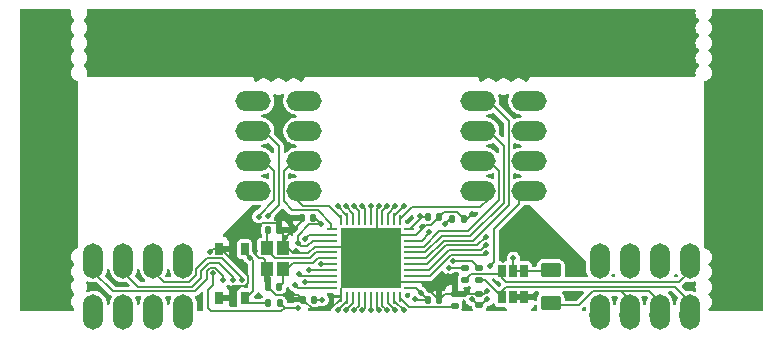
<source format=gtl>
%TF.GenerationSoftware,KiCad,Pcbnew,(5.99.0-12112-g0cd8a4d846)*%
%TF.CreationDate,2021-10-21T21:26:21-04:00*%
%TF.ProjectId,Piggyback_1_0_PCB,50696767-7962-4616-936b-5f315f305f50,rev?*%
%TF.SameCoordinates,Original*%
%TF.FileFunction,Copper,L1,Top*%
%TF.FilePolarity,Positive*%
%FSLAX46Y46*%
G04 Gerber Fmt 4.6, Leading zero omitted, Abs format (unit mm)*
G04 Created by KiCad (PCBNEW (5.99.0-12112-g0cd8a4d846)) date 2021-10-21 21:26:21*
%MOMM*%
%LPD*%
G01*
G04 APERTURE LIST*
G04 Aperture macros list*
%AMRoundRect*
0 Rectangle with rounded corners*
0 $1 Rounding radius*
0 $2 $3 $4 $5 $6 $7 $8 $9 X,Y pos of 4 corners*
0 Add a 4 corners polygon primitive as box body*
4,1,4,$2,$3,$4,$5,$6,$7,$8,$9,$2,$3,0*
0 Add four circle primitives for the rounded corners*
1,1,$1+$1,$2,$3*
1,1,$1+$1,$4,$5*
1,1,$1+$1,$6,$7*
1,1,$1+$1,$8,$9*
0 Add four rect primitives between the rounded corners*
20,1,$1+$1,$2,$3,$4,$5,0*
20,1,$1+$1,$4,$5,$6,$7,0*
20,1,$1+$1,$6,$7,$8,$9,0*
20,1,$1+$1,$8,$9,$2,$3,0*%
G04 Aperture macros list end*
%TA.AperFunction,SMDPad,CuDef*%
%ADD10R,1.000000X1.150000*%
%TD*%
%TA.AperFunction,SMDPad,CuDef*%
%ADD11RoundRect,0.140000X0.170000X-0.140000X0.170000X0.140000X-0.170000X0.140000X-0.170000X-0.140000X0*%
%TD*%
%TA.AperFunction,SMDPad,CuDef*%
%ADD12RoundRect,0.140000X0.140000X0.170000X-0.140000X0.170000X-0.140000X-0.170000X0.140000X-0.170000X0*%
%TD*%
%TA.AperFunction,SMDPad,CuDef*%
%ADD13RoundRect,0.140000X-0.140000X-0.170000X0.140000X-0.170000X0.140000X0.170000X-0.140000X0.170000X0*%
%TD*%
%TA.AperFunction,SMDPad,CuDef*%
%ADD14RoundRect,0.135000X0.135000X0.185000X-0.135000X0.185000X-0.135000X-0.185000X0.135000X-0.185000X0*%
%TD*%
%TA.AperFunction,SMDPad,CuDef*%
%ADD15RoundRect,0.135000X-0.185000X0.135000X-0.185000X-0.135000X0.185000X-0.135000X0.185000X0.135000X0*%
%TD*%
%TA.AperFunction,SMDPad,CuDef*%
%ADD16R,0.650000X1.050000*%
%TD*%
%TA.AperFunction,SMDPad,CuDef*%
%ADD17RoundRect,0.250000X-0.625000X0.375000X-0.625000X-0.375000X0.625000X-0.375000X0.625000X0.375000X0*%
%TD*%
%TA.AperFunction,ComponentPad*%
%ADD18O,1.700000X1.700000*%
%TD*%
%TA.AperFunction,ComponentPad*%
%ADD19C,1.700000*%
%TD*%
%TA.AperFunction,SMDPad,CuDef*%
%ADD20R,0.650000X1.060000*%
%TD*%
%TA.AperFunction,ComponentPad*%
%ADD21O,3.000000X1.700000*%
%TD*%
%TA.AperFunction,ComponentPad*%
%ADD22O,1.700000X3.000000*%
%TD*%
%TA.AperFunction,SMDPad,CuDef*%
%ADD23R,5.200000X5.200000*%
%TD*%
%TA.AperFunction,SMDPad,CuDef*%
%ADD24RoundRect,0.062500X-0.375000X0.062500X-0.375000X-0.062500X0.375000X-0.062500X0.375000X0.062500X0*%
%TD*%
%TA.AperFunction,SMDPad,CuDef*%
%ADD25RoundRect,0.062500X-0.475000X0.062500X-0.475000X-0.062500X0.475000X-0.062500X0.475000X0.062500X0*%
%TD*%
%TA.AperFunction,SMDPad,CuDef*%
%ADD26RoundRect,0.062500X-0.062500X0.375000X-0.062500X-0.375000X0.062500X-0.375000X0.062500X0.375000X0*%
%TD*%
%TA.AperFunction,SMDPad,CuDef*%
%ADD27RoundRect,0.062500X-0.062500X0.475000X-0.062500X-0.475000X0.062500X-0.475000X0.062500X0.475000X0*%
%TD*%
%TA.AperFunction,ViaPad*%
%ADD28C,0.500000*%
%TD*%
%TA.AperFunction,Conductor*%
%ADD29C,0.200000*%
%TD*%
G04 APERTURE END LIST*
D10*
%TO.P,Y1,4,4*%
%TO.N,GND*%
X75175000Y-84218750D03*
%TO.P,Y1,3,3*%
%TO.N,X2*%
X75175000Y-82468750D03*
%TO.P,Y1,2,2*%
%TO.N,GND*%
X76575000Y-82468750D03*
%TO.P,Y1,1,1*%
%TO.N,X1*%
X76575000Y-84218750D03*
%TD*%
D11*
%TO.P,C8,2*%
%TO.N,GND*%
X93175000Y-86363750D03*
%TO.P,C8,1*%
%TO.N,+5V*%
X93175000Y-87323750D03*
%TD*%
D12*
%TO.P,C1,2*%
%TO.N,GND*%
X75295000Y-85743750D03*
%TO.P,C1,1*%
%TO.N,X1*%
X76255000Y-85743750D03*
%TD*%
%TO.P,C4,2*%
%TO.N,GND*%
X78245000Y-86843750D03*
%TO.P,C4,1*%
%TO.N,+5V*%
X79205000Y-86843750D03*
%TD*%
%TO.P,C2,2*%
%TO.N,X2*%
X75295000Y-80943750D03*
%TO.P,C2,1*%
%TO.N,GND*%
X76255000Y-80943750D03*
%TD*%
%TO.P,C5,2*%
%TO.N,GND*%
X78173459Y-79908459D03*
%TO.P,C5,1*%
%TO.N,+5V*%
X79133459Y-79908459D03*
%TD*%
D13*
%TO.P,C6,2*%
%TO.N,GND*%
X89755000Y-79843750D03*
%TO.P,C6,1*%
%TO.N,+5V*%
X88795000Y-79843750D03*
%TD*%
%TO.P,C3,2*%
%TO.N,GND*%
X91855000Y-80043750D03*
%TO.P,C3,1*%
%TO.N,UCAP*%
X90895000Y-80043750D03*
%TD*%
D14*
%TO.P,R1,2*%
%TO.N,RESET*%
X75265000Y-87143750D03*
%TO.P,R1,1*%
%TO.N,+5V*%
X76285000Y-87143750D03*
%TD*%
D15*
%TO.P,R4,2*%
%TO.N,E2{slash}HWB*%
X91075000Y-87353750D03*
%TO.P,R4,1*%
%TO.N,GND*%
X91075000Y-86333750D03*
%TD*%
D16*
%TO.P,SW1,2,2*%
%TO.N,RESET*%
X73306250Y-82550000D03*
X73306250Y-86700000D03*
%TO.P,SW1,1,1*%
%TO.N,GND*%
X71156250Y-82550000D03*
X71156250Y-86700000D03*
%TD*%
D17*
%TO.P,F1,2*%
%TO.N,VCC*%
X99218750Y-87125000D03*
%TO.P,F1,1*%
%TO.N,+5V*%
X99218750Y-84325000D03*
%TD*%
D15*
%TO.P,R3,2*%
%TO.N,D-*%
X93175000Y-85153750D03*
%TO.P,R3,1*%
%TO.N,D--*%
X93175000Y-84133750D03*
%TD*%
%TO.P,R2,2*%
%TO.N,D+*%
X91975000Y-85153750D03*
%TO.P,R2,1*%
%TO.N,D++*%
X91975000Y-84133750D03*
%TD*%
D13*
%TO.P,C7,2*%
%TO.N,GND*%
X89755000Y-86843750D03*
%TO.P,C7,1*%
%TO.N,+5V*%
X88795000Y-86843750D03*
%TD*%
D18*
%TO.P,J12,4,Pin_4*%
%TO.N,D5*%
X60473750Y-88106250D03*
%TO.P,J12,3,Pin_3*%
%TO.N,D7*%
X63013750Y-88106250D03*
%TO.P,J12,2,Pin_2*%
%TO.N,D6*%
X65553750Y-88106250D03*
D19*
%TO.P,J12,1,Pin_1*%
%TO.N,D4*%
X68093750Y-88106250D03*
%TD*%
D20*
%TO.P,U1,6,IO4*%
%TO.N,D+*%
X95093750Y-84430000D03*
%TO.P,U1,5,VP*%
%TO.N,+5V*%
X96043750Y-84430000D03*
%TO.P,U1,4,IO3*%
X96993750Y-84430000D03*
%TO.P,U1,3,IO2*%
%TO.N,GND*%
X96993750Y-86630000D03*
%TO.P,U1,2,VN*%
X96043750Y-86630000D03*
%TO.P,U1,1,IO1*%
%TO.N,D-*%
X95093750Y-86630000D03*
%TD*%
D18*
%TO.P,J7,4,Pin_4*%
%TO.N,F4*%
X92868750Y-69998750D03*
%TO.P,J7,3,Pin_3*%
%TO.N,F1*%
X92868750Y-72538750D03*
%TO.P,J7,2,Pin_2*%
%TO.N,F0*%
X92868750Y-75078750D03*
D19*
%TO.P,J7,1,Pin_1*%
%TO.N,E6*%
X92868750Y-77618750D03*
%TD*%
D18*
%TO.P,J5,4,Pin_4*%
%TO.N,AREF*%
X97631250Y-77638750D03*
%TO.P,J5,3,Pin_3*%
%TO.N,F7*%
X97631250Y-75098750D03*
%TO.P,J5,2,Pin_2*%
%TO.N,F6*%
X97631250Y-72558750D03*
D19*
%TO.P,J5,1,Pin_1*%
%TO.N,F5*%
X97631250Y-70018750D03*
%TD*%
D18*
%TO.P,J3,4,Pin_4*%
%TO.N,B3*%
X78581250Y-77638750D03*
%TO.P,J3,3,Pin_3*%
%TO.N,B7*%
X78581250Y-75098750D03*
%TO.P,J3,2,Pin_2*%
%TO.N,B2*%
X78581250Y-72558750D03*
D19*
%TO.P,J3,1,Pin_1*%
%TO.N,B1*%
X78581250Y-70018750D03*
%TD*%
D21*
%TO.P,J4,8,Pin_8*%
%TO.N,AREF*%
X97415000Y-77638750D03*
%TO.P,J4,7,Pin_7*%
%TO.N,E6*%
X93075000Y-77638750D03*
%TO.P,J4,6,Pin_6*%
%TO.N,F7*%
X97415000Y-75098750D03*
%TO.P,J4,5,Pin_5*%
%TO.N,F0*%
X93075000Y-75098750D03*
%TO.P,J4,4,Pin_4*%
%TO.N,F6*%
X97415000Y-72558750D03*
%TO.P,J4,3,Pin_3*%
%TO.N,F1*%
X93075000Y-72558750D03*
%TO.P,J4,2,Pin_2*%
%TO.N,F5*%
X97415000Y-70018750D03*
%TO.P,J4,1,Pin_1*%
%TO.N,F4*%
X93075000Y-70018750D03*
%TD*%
D18*
%TO.P,J9,4,Pin_4*%
%TO.N,D+*%
X110976250Y-83343750D03*
%TO.P,J9,3,Pin_3*%
%TO.N,GND*%
X108436250Y-83343750D03*
%TO.P,J9,2,Pin_2*%
X105896250Y-83343750D03*
D19*
%TO.P,J9,1,Pin_1*%
%TO.N,C6*%
X103356250Y-83343750D03*
%TD*%
D18*
%TO.P,J8,4,Pin_4*%
%TO.N,D0*%
X68113750Y-83343750D03*
%TO.P,J8,3,Pin_3*%
%TO.N,D3*%
X65573750Y-83343750D03*
%TO.P,J8,2,Pin_2*%
%TO.N,D2*%
X63033750Y-83343750D03*
D19*
%TO.P,J8,1,Pin_1*%
%TO.N,D1*%
X60493750Y-83343750D03*
%TD*%
D18*
%TO.P,J6,4,Pin_4*%
%TO.N,B0*%
X73818750Y-69998750D03*
%TO.P,J6,3,Pin_3*%
%TO.N,B6*%
X73818750Y-72538750D03*
%TO.P,J6,2,Pin_2*%
%TO.N,B5*%
X73818750Y-75078750D03*
D19*
%TO.P,J6,1,Pin_1*%
%TO.N,B4*%
X73818750Y-77618750D03*
%TD*%
D22*
%TO.P,J10,8,Pin_8*%
%TO.N,D0*%
X68113750Y-83560000D03*
%TO.P,J10,7,Pin_7*%
%TO.N,D4*%
X68113750Y-87900000D03*
%TO.P,J10,6,Pin_6*%
%TO.N,D3*%
X65573750Y-83560000D03*
%TO.P,J10,5,Pin_5*%
%TO.N,D6*%
X65573750Y-87900000D03*
%TO.P,J10,4,Pin_4*%
%TO.N,D2*%
X63033750Y-83560000D03*
%TO.P,J10,3,Pin_3*%
%TO.N,D7*%
X63033750Y-87900000D03*
%TO.P,J10,2,Pin_2*%
%TO.N,D1*%
X60493750Y-83560000D03*
%TO.P,J10,1,Pin_1*%
%TO.N,D5*%
X60493750Y-87900000D03*
%TD*%
D18*
%TO.P,J13,4,Pin_4*%
%TO.N,C7*%
X103336250Y-88106250D03*
%TO.P,J13,3,Pin_3*%
%TO.N,VCC*%
X105876250Y-88106250D03*
%TO.P,J13,2,Pin_2*%
X108416250Y-88106250D03*
D19*
%TO.P,J13,1,Pin_1*%
%TO.N,D-*%
X110956250Y-88106250D03*
%TD*%
D21*
%TO.P,J2,8,Pin_8*%
%TO.N,B3*%
X78365000Y-77638750D03*
%TO.P,J2,7,Pin_7*%
%TO.N,B4*%
X74025000Y-77638750D03*
%TO.P,J2,6,Pin_6*%
%TO.N,B7*%
X78365000Y-75098750D03*
%TO.P,J2,5,Pin_5*%
%TO.N,B5*%
X74025000Y-75098750D03*
%TO.P,J2,4,Pin_4*%
%TO.N,B2*%
X78365000Y-72558750D03*
%TO.P,J2,3,Pin_3*%
%TO.N,B6*%
X74025000Y-72558750D03*
%TO.P,J2,2,Pin_2*%
%TO.N,B1*%
X78365000Y-70018750D03*
%TO.P,J2,1,Pin_1*%
%TO.N,B0*%
X74025000Y-70018750D03*
%TD*%
D23*
%TO.P,U2,45,GND*%
%TO.N,GND*%
X83975000Y-83343750D03*
D24*
%TO.P,U2,44,AVCC*%
%TO.N,+5V*%
X87212500Y-80843750D03*
D25*
%TO.P,U2,43,GND*%
%TO.N,GND*%
X87312500Y-81343750D03*
%TO.P,U2,42,AREF*%
%TO.N,AREF*%
X87312500Y-81843750D03*
%TO.P,U2,41,PF0*%
%TO.N,F0*%
X87312500Y-82343750D03*
%TO.P,U2,40,PF1*%
%TO.N,F1*%
X87312500Y-82843750D03*
%TO.P,U2,39,PF4*%
%TO.N,F4*%
X87312500Y-83343750D03*
%TO.P,U2,38,PF5*%
%TO.N,F5*%
X87312500Y-83843750D03*
%TO.P,U2,37,PF6*%
%TO.N,F6*%
X87312500Y-84343750D03*
%TO.P,U2,36,PF7*%
%TO.N,F7*%
X87312500Y-84843750D03*
%TO.P,U2,35,GND*%
%TO.N,GND*%
X87312500Y-85343750D03*
D24*
%TO.P,U2,34,VCC*%
%TO.N,+5V*%
X87212500Y-85843750D03*
D26*
%TO.P,U2,33,~{HWB}/PE2*%
%TO.N,E2{slash}HWB*%
X86475000Y-86581250D03*
D27*
%TO.P,U2,32,PC7*%
%TO.N,C7*%
X85975000Y-86681250D03*
%TO.P,U2,31,PC6*%
%TO.N,C6*%
X85475000Y-86681250D03*
%TO.P,U2,30,PB6*%
%TO.N,B6*%
X84975000Y-86681250D03*
%TO.P,U2,29,PB5*%
%TO.N,B5*%
X84475000Y-86681250D03*
%TO.P,U2,28,PB4*%
%TO.N,B4*%
X83975000Y-86681250D03*
%TO.P,U2,27,PD7*%
%TO.N,D7*%
X83475000Y-86681250D03*
%TO.P,U2,26,PD6*%
%TO.N,D6*%
X82975000Y-86681250D03*
%TO.P,U2,25,PD4*%
%TO.N,D4*%
X82475000Y-86681250D03*
%TO.P,U2,24,AVCC*%
%TO.N,+5V*%
X81975000Y-86681250D03*
D26*
%TO.P,U2,23,GND*%
%TO.N,GND*%
X81475000Y-86581250D03*
D24*
%TO.P,U2,22,PD5*%
%TO.N,D5*%
X80737500Y-85843750D03*
D25*
%TO.P,U2,21,PD3*%
%TO.N,D3*%
X80637500Y-85343750D03*
%TO.P,U2,20,PD2*%
%TO.N,D2*%
X80637500Y-84843750D03*
%TO.P,U2,19,PD1*%
%TO.N,D1*%
X80637500Y-84343750D03*
%TO.P,U2,18,PD0*%
%TO.N,D0*%
X80637500Y-83843750D03*
%TO.P,U2,17,XTAL1*%
%TO.N,X1*%
X80637500Y-83343750D03*
%TO.P,U2,16,XTAL2*%
%TO.N,X2*%
X80637500Y-82843750D03*
%TO.P,U2,15,GND*%
%TO.N,GND*%
X80637500Y-82343750D03*
%TO.P,U2,14,VCC*%
%TO.N,+5V*%
X80637500Y-81843750D03*
%TO.P,U2,13,~{RESET}*%
%TO.N,RESET*%
X80637500Y-81343750D03*
D24*
%TO.P,U2,12,PB7*%
%TO.N,B7*%
X80737500Y-80843750D03*
D26*
%TO.P,U2,11,PB3*%
%TO.N,B3*%
X81475000Y-80106250D03*
D27*
%TO.P,U2,10,PB2*%
%TO.N,B2*%
X81975000Y-80006250D03*
%TO.P,U2,9,PB1*%
%TO.N,B1*%
X82475000Y-80006250D03*
%TO.P,U2,8,PB0*%
%TO.N,B0*%
X82975000Y-80006250D03*
%TO.P,U2,7,VBUS*%
%TO.N,+5V*%
X83475000Y-80006250D03*
%TO.P,U2,6,UCAP*%
%TO.N,UCAP*%
X83975000Y-80006250D03*
%TO.P,U2,5,UGND*%
%TO.N,GND*%
X84475000Y-80006250D03*
%TO.P,U2,4,D+*%
%TO.N,D++*%
X84975000Y-80006250D03*
%TO.P,U2,3,D-*%
%TO.N,D--*%
X85475000Y-80006250D03*
%TO.P,U2,2,UVCC*%
%TO.N,+5V*%
X85975000Y-80006250D03*
D26*
%TO.P,U2,1,PE6*%
%TO.N,E6*%
X86475000Y-80106250D03*
%TD*%
D22*
%TO.P,J11,8,Pin_8*%
%TO.N,D+*%
X110976250Y-83560000D03*
%TO.P,J11,7,Pin_7*%
%TO.N,D-*%
X110976250Y-87900000D03*
%TO.P,J11,6,Pin_6*%
%TO.N,GND*%
X108436250Y-83560000D03*
%TO.P,J11,5,Pin_5*%
%TO.N,VCC*%
X108436250Y-87900000D03*
%TO.P,J11,4,Pin_4*%
%TO.N,GND*%
X105896250Y-83560000D03*
%TO.P,J11,3,Pin_3*%
%TO.N,VCC*%
X105896250Y-87900000D03*
%TO.P,J11,2,Pin_2*%
%TO.N,C6*%
X103356250Y-83560000D03*
%TO.P,J11,1,Pin_1*%
%TO.N,C7*%
X103356250Y-87900000D03*
%TD*%
D28*
%TO.N,RESET*%
X73756903Y-83287541D03*
%TO.N,GND*%
X74167597Y-82737404D03*
X76725000Y-81598750D03*
X95445000Y-80718750D03*
X72956250Y-80830000D03*
X97956250Y-82130000D03*
X95159732Y-83452455D03*
X70385707Y-82811829D03*
X92545000Y-79618750D03*
X97856250Y-86430000D03*
X101069063Y-86523749D03*
X83975000Y-83343750D03*
X84675000Y-78943750D03*
X90556250Y-84830000D03*
X93851082Y-86106082D03*
X77695000Y-82718750D03*
X100956250Y-84530000D03*
X85276330Y-82009919D03*
%TO.N,+5V*%
X93845000Y-86818750D03*
X77795000Y-87543750D03*
X79775000Y-80443750D03*
X92545000Y-86818750D03*
X87745000Y-86818750D03*
X83275000Y-78943750D03*
X96045000Y-83318750D03*
X70595000Y-84618750D03*
X88207500Y-86256250D03*
X79875000Y-86843750D03*
X88145000Y-79730000D03*
X81175000Y-87743750D03*
X77795000Y-82018750D03*
X86775000Y-78943750D03*
%TO.N,RESET*%
X78395000Y-81718750D03*
%TO.N,D++*%
X85375000Y-78943750D03*
X90575000Y-84143750D03*
%TO.N,D--*%
X86075000Y-78943750D03*
X90975000Y-83543750D03*
%TO.N,UCAP*%
X90275000Y-80443750D03*
X83975000Y-78943750D03*
%TO.N,AREF*%
X88945000Y-81118750D03*
X94045000Y-84018750D03*
%TO.N,F5*%
X93745000Y-81518750D03*
%TO.N,F6*%
X93745000Y-82218750D03*
%TO.N,F7*%
X93745000Y-82918750D03*
%TO.N,C7*%
X86775000Y-87743750D03*
%TO.N,C6*%
X86075000Y-87743750D03*
%TO.N,B6*%
X75295000Y-79718750D03*
X85375000Y-87743750D03*
%TO.N,B5*%
X74495000Y-79818750D03*
X84675000Y-87743750D03*
%TO.N,B4*%
X83975000Y-87743750D03*
%TO.N,D7*%
X83275000Y-87743750D03*
%TO.N,D6*%
X82575000Y-87743750D03*
%TO.N,D4*%
X81875000Y-87743750D03*
%TO.N,D5*%
X77593750Y-85630000D03*
%TO.N,D3*%
X73093750Y-85130000D03*
X78393750Y-85330000D03*
%TO.N,D2*%
X77893750Y-84630000D03*
X72293750Y-85130000D03*
%TO.N,D1*%
X78793750Y-84330000D03*
X71493750Y-85130000D03*
%TO.N,D0*%
X79727691Y-83842783D03*
%TO.N,B0*%
X82575000Y-78943750D03*
%TO.N,B2*%
X81175000Y-78943750D03*
%TO.N,B1*%
X81875000Y-78943750D03*
%TD*%
D29*
%TO.N,RESET*%
X73763791Y-83287541D02*
X73995000Y-83518750D01*
X73756903Y-83287541D02*
X73763791Y-83287541D01*
%TO.N,GND*%
X76255000Y-80423750D02*
X76255000Y-80943750D01*
X74775000Y-80343750D02*
X76175000Y-80343750D01*
X76175000Y-80343750D02*
X76255000Y-80423750D01*
X74288750Y-80830000D02*
X74775000Y-80343750D01*
X72956250Y-80830000D02*
X74288750Y-80830000D01*
X74059743Y-82629550D02*
X74167597Y-82737404D01*
X74059743Y-82628493D02*
X74059743Y-82629550D01*
X74059743Y-82628493D02*
X74059743Y-82906575D01*
X74059743Y-81683493D02*
X74059743Y-82628493D01*
%TO.N,X1*%
X76575000Y-85423750D02*
X76575000Y-84218750D01*
X76255000Y-85743750D02*
X76575000Y-85423750D01*
%TO.N,GND*%
X77845000Y-86443750D02*
X78245000Y-86843750D01*
X75995000Y-86443750D02*
X77845000Y-86443750D01*
X75295000Y-85743750D02*
X75995000Y-86443750D01*
X75175000Y-85623750D02*
X75295000Y-85743750D01*
X75175000Y-84218750D02*
X75175000Y-85623750D01*
%TO.N,X2*%
X75175000Y-81063750D02*
X75295000Y-80943750D01*
X75175000Y-82468750D02*
X75175000Y-81063750D01*
%TO.N,GND*%
X76575000Y-81263750D02*
X76255000Y-80943750D01*
X76575000Y-82468750D02*
X76575000Y-81263750D01*
X76575000Y-81748750D02*
X76725000Y-81598750D01*
X76575000Y-82468750D02*
X76575000Y-81748750D01*
X87312500Y-81343750D02*
X85975000Y-81343750D01*
X73995000Y-81618750D02*
X74059743Y-81683493D01*
X89755000Y-86843750D02*
X90265000Y-86333750D01*
X93593414Y-86363750D02*
X93851082Y-86106082D01*
X73095000Y-85718750D02*
X72237500Y-85718750D01*
X89755000Y-79843750D02*
X89080000Y-80518750D01*
X93590000Y-86363750D02*
X93593414Y-86363750D01*
X84475000Y-80006250D02*
X84475000Y-82843750D01*
X100956250Y-84530000D02*
X100956250Y-83730000D01*
X70456250Y-82730000D02*
X70636236Y-82550014D01*
X76725000Y-82243750D02*
X77400000Y-82918750D01*
X84475000Y-80006250D02*
X84475000Y-79143750D01*
X90265000Y-86333750D02*
X91075000Y-86333750D01*
X80637500Y-82343750D02*
X82975000Y-82343750D01*
X96993750Y-86630000D02*
X97656250Y-86630000D01*
X78695000Y-82918750D02*
X79270000Y-82343750D01*
X75025000Y-84443750D02*
X75025000Y-83461250D01*
X95445000Y-80718750D02*
X95445000Y-83167187D01*
X71242123Y-82550014D02*
X71963736Y-82550014D01*
X93175000Y-86363750D02*
X93590000Y-86363750D01*
X81475000Y-86681250D02*
X81475000Y-85843750D01*
X95445000Y-83167187D02*
X95159732Y-83452455D01*
X72895000Y-81618750D02*
X73995000Y-81618750D01*
X73595000Y-85418750D02*
X73595000Y-84818750D01*
X91855000Y-80043750D02*
X91255000Y-79443750D01*
X79145000Y-87743750D02*
X78245000Y-86843750D01*
X74059743Y-82906575D02*
X74483168Y-83330000D01*
X89755000Y-86843750D02*
X88255000Y-85343750D01*
X91255000Y-79443750D02*
X90155000Y-79443750D01*
X100956250Y-83730000D02*
X97945000Y-80718750D01*
X75025000Y-83461250D02*
X74893750Y-83330000D01*
X70636236Y-82550014D02*
X71242123Y-82550014D01*
X89080000Y-80518750D02*
X88645000Y-80518750D01*
X78245000Y-80078750D02*
X78245000Y-79843750D01*
X79270000Y-82343750D02*
X80637500Y-82343750D01*
X77400000Y-82918750D02*
X78695000Y-82918750D01*
X76725000Y-81598750D02*
X78245000Y-80078750D01*
X88255000Y-85343750D02*
X87312500Y-85343750D01*
X73295000Y-85718750D02*
X73595000Y-85418750D01*
X97656250Y-86630000D02*
X97856250Y-86430000D01*
X91855000Y-80043750D02*
X92120000Y-80043750D01*
X74483168Y-83330000D02*
X74893750Y-83330000D01*
X97945000Y-80718750D02*
X95445000Y-80718750D01*
X71963736Y-82550014D02*
X72895000Y-81618750D01*
X80475000Y-87743750D02*
X79145000Y-87743750D01*
X90155000Y-79443750D02*
X89755000Y-79843750D01*
X73095000Y-85718750D02*
X73295000Y-85718750D01*
X87312500Y-85343750D02*
X85975000Y-85343750D01*
X92120000Y-80043750D02*
X92545000Y-79618750D01*
X96043750Y-86630000D02*
X96993750Y-86630000D01*
X88645000Y-80518750D02*
X87820000Y-81343750D01*
X84475000Y-79143750D02*
X84675000Y-78943750D01*
X81475000Y-86743750D02*
X80475000Y-87743750D01*
X91075000Y-86333750D02*
X93145000Y-86333750D01*
X87820000Y-81343750D02*
X87312500Y-81343750D01*
X73595000Y-84818750D02*
X71326264Y-82550014D01*
%TO.N,+5V*%
X83475000Y-80006250D02*
X83475000Y-79143750D01*
X78095000Y-82318750D02*
X77795000Y-82018750D01*
X88207500Y-86256250D02*
X87795000Y-85843750D01*
X80637500Y-81843750D02*
X79070000Y-81843750D01*
X81975000Y-86943750D02*
X81175000Y-87743750D01*
X70595000Y-85618750D02*
X70595000Y-84618750D01*
X79205000Y-86843750D02*
X79875000Y-86843750D01*
X87795000Y-85843750D02*
X87312500Y-85843750D01*
X79070000Y-81843750D02*
X78595000Y-82318750D01*
X78770000Y-80443750D02*
X79775000Y-80443750D01*
X93050000Y-87323750D02*
X92545000Y-86818750D01*
X70195000Y-86018750D02*
X70595000Y-85618750D01*
X70495000Y-87818750D02*
X70195000Y-87518750D01*
X93340000Y-87323750D02*
X93845000Y-86818750D01*
X88258750Y-79843750D02*
X88795000Y-79843750D01*
X88795000Y-86843750D02*
X88207500Y-86256250D01*
X77795000Y-82018750D02*
X77795000Y-81418750D01*
X76285000Y-87143750D02*
X76685000Y-87543750D01*
X76685000Y-87543750D02*
X77795000Y-87543750D01*
X99113750Y-84430000D02*
X96043750Y-84430000D01*
X70195000Y-87518750D02*
X70195000Y-86018750D01*
X79675000Y-80343750D02*
X79775000Y-80443750D01*
X79205000Y-79873750D02*
X79675000Y-80343750D01*
X76685000Y-87543750D02*
X76410000Y-87818750D01*
X99218750Y-84325000D02*
X99113750Y-84430000D01*
X85975000Y-79743750D02*
X86775000Y-78943750D01*
X77795000Y-81418750D02*
X78770000Y-80443750D01*
X96043750Y-83320000D02*
X96045000Y-83318750D01*
X87770000Y-86843750D02*
X87745000Y-86818750D01*
X88795000Y-86843750D02*
X87770000Y-86843750D01*
X76410000Y-87818750D02*
X70495000Y-87818750D01*
X88145000Y-79730000D02*
X88258750Y-79843750D01*
X96043750Y-84430000D02*
X96043750Y-83320000D01*
X88312500Y-79843750D02*
X87312500Y-80843750D01*
X83475000Y-79143750D02*
X83275000Y-78943750D01*
X78595000Y-82318750D02*
X78095000Y-82318750D01*
%TO.N,VCC*%
X105163750Y-86130000D02*
X102782500Y-86130000D01*
X99406250Y-87312500D02*
X99218750Y-87125000D01*
X105896250Y-87000000D02*
X105896250Y-86862500D01*
X107566250Y-86130000D02*
X108436250Y-87000000D01*
X102782500Y-86130000D02*
X101600000Y-87312500D01*
X105163750Y-86130000D02*
X107566250Y-86130000D01*
X101600000Y-87312500D02*
X99406250Y-87312500D01*
X105896250Y-86862500D02*
X105163750Y-86130000D01*
%TO.N,D-*%
X95093750Y-86092500D02*
X95456250Y-85730000D01*
X95093750Y-86630000D02*
X93617500Y-85153750D01*
X95093750Y-86630000D02*
X95093750Y-86092500D01*
X109706250Y-85730000D02*
X110976250Y-87000000D01*
X93617500Y-85153750D02*
X93175000Y-85153750D01*
X95456250Y-85730000D02*
X109706250Y-85730000D01*
%TO.N,D+*%
X95093750Y-84430000D02*
X95093750Y-84967500D01*
X95456250Y-85330000D02*
X110106250Y-85330000D01*
X94880000Y-84643750D02*
X92485000Y-84643750D01*
X95093750Y-84967500D02*
X95456250Y-85330000D01*
X92485000Y-84643750D02*
X91975000Y-85153750D01*
X110106250Y-85330000D02*
X110976250Y-84460000D01*
%TO.N,RESET*%
X75265000Y-87143750D02*
X73175000Y-87143750D01*
X73392123Y-86700014D02*
X73995000Y-86097137D01*
X73175000Y-87143750D02*
X73150000Y-87118750D01*
X73432500Y-82968750D02*
X73793750Y-83330000D01*
X78770000Y-81343750D02*
X80637500Y-81343750D01*
X78395000Y-81718750D02*
X78770000Y-81343750D01*
X73995000Y-86097137D02*
X73995000Y-83518750D01*
%TO.N,D++*%
X90585000Y-84133750D02*
X91975000Y-84133750D01*
X84975000Y-80006250D02*
X84975000Y-79343750D01*
X84975000Y-79343750D02*
X85375000Y-78943750D01*
X90575000Y-84143750D02*
X90585000Y-84133750D01*
%TO.N,D--*%
X93175000Y-84133750D02*
X92585000Y-83543750D01*
X85475000Y-79543750D02*
X86075000Y-78943750D01*
X92585000Y-83543750D02*
X90975000Y-83543750D01*
X85475000Y-80006250D02*
X85475000Y-79543750D01*
%TO.N,X1*%
X79475000Y-83343750D02*
X80637500Y-83343750D01*
X77425000Y-83743750D02*
X79075000Y-83743750D01*
X76725000Y-84443750D02*
X77425000Y-83743750D01*
X79075000Y-83743750D02*
X79475000Y-83343750D01*
%TO.N,X2*%
X79375000Y-82843750D02*
X78875000Y-83343750D01*
X80637500Y-82843750D02*
X79375000Y-82843750D01*
X78875000Y-83343750D02*
X75875000Y-83343750D01*
X75875000Y-83343750D02*
X75025000Y-82493750D01*
%TO.N,UCAP*%
X90275000Y-80443750D02*
X90675000Y-80043750D01*
X83975000Y-80006250D02*
X83975000Y-78943750D01*
X90675000Y-80043750D02*
X90895000Y-80043750D01*
%TO.N,E2{slash}HWB*%
X91010000Y-87418750D02*
X87212500Y-87418750D01*
X87212500Y-87418750D02*
X86475000Y-86681250D01*
%TO.N,AREF*%
X94045000Y-84018750D02*
X94445000Y-83618750D01*
X88945000Y-81218750D02*
X88945000Y-81118750D01*
X87312500Y-81843750D02*
X88320000Y-81843750D01*
X96515000Y-78748750D02*
X96515000Y-77638750D01*
X94445000Y-80818750D02*
X96515000Y-78748750D01*
X88320000Y-81843750D02*
X88945000Y-81218750D01*
X94445000Y-83618750D02*
X94445000Y-80818750D01*
%TO.N,F0*%
X94845000Y-78418750D02*
X94845000Y-75968750D01*
X88475000Y-82343750D02*
X89775000Y-81043750D01*
X87312500Y-82343750D02*
X88475000Y-82343750D01*
X89775000Y-81043750D02*
X92220000Y-81043750D01*
X94845000Y-75968750D02*
X93975000Y-75098750D01*
X92220000Y-81043750D02*
X94845000Y-78418750D01*
%TO.N,F1*%
X88575000Y-82843750D02*
X89975000Y-81443750D01*
X92420000Y-81443750D02*
X95245000Y-78618750D01*
X95245000Y-73828750D02*
X93975000Y-72558750D01*
X89975000Y-81443750D02*
X92420000Y-81443750D01*
X87312500Y-82843750D02*
X88575000Y-82843750D01*
X95245000Y-78618750D02*
X95245000Y-73828750D01*
%TO.N,F4*%
X90175000Y-81843750D02*
X92620000Y-81843750D01*
X87312500Y-83343750D02*
X88675000Y-83343750D01*
X92620000Y-81843750D02*
X95645000Y-78818750D01*
X95645000Y-71688750D02*
X93975000Y-70018750D01*
X88675000Y-83343750D02*
X90175000Y-81843750D01*
X95645000Y-78818750D02*
X95645000Y-71688750D01*
%TO.N,F5*%
X87312500Y-83843750D02*
X88775000Y-83843750D01*
X93020000Y-82243750D02*
X93745000Y-81518750D01*
X88775000Y-83843750D02*
X90375000Y-82243750D01*
X90375000Y-82243750D02*
X93020000Y-82243750D01*
%TO.N,F6*%
X93745000Y-82218750D02*
X93320000Y-82643750D01*
X93320000Y-82643750D02*
X90575000Y-82643750D01*
X90575000Y-82643750D02*
X88875000Y-84343750D01*
X88875000Y-84343750D02*
X87312500Y-84343750D01*
%TO.N,F7*%
X93620000Y-83043750D02*
X93745000Y-82918750D01*
X90775000Y-83043750D02*
X93620000Y-83043750D01*
X88975000Y-84843750D02*
X90775000Y-83043750D01*
X87312500Y-84843750D02*
X88975000Y-84843750D01*
%TO.N,C7*%
X85975000Y-86943750D02*
X86775000Y-87743750D01*
%TO.N,C6*%
X85475000Y-87143750D02*
X86075000Y-87743750D01*
X85475000Y-86681250D02*
X85475000Y-87143750D01*
%TO.N,B6*%
X75295000Y-79718750D02*
X76195000Y-78818750D01*
X76195000Y-73828750D02*
X74925000Y-72558750D01*
X84975000Y-87343750D02*
X85375000Y-87743750D01*
X76195000Y-78818750D02*
X76195000Y-73828750D01*
X84975000Y-86681250D02*
X84975000Y-87343750D01*
%TO.N,B5*%
X74495000Y-79718750D02*
X75795000Y-78418750D01*
X84475000Y-87543750D02*
X84675000Y-87743750D01*
X84475000Y-86681250D02*
X84475000Y-87543750D01*
X75795000Y-75968750D02*
X74925000Y-75098750D01*
X74495000Y-79818750D02*
X74495000Y-79718750D01*
X75795000Y-78418750D02*
X75795000Y-75968750D01*
%TO.N,B4*%
X83975000Y-86681250D02*
X83975000Y-87743750D01*
%TO.N,D7*%
X83475000Y-86681250D02*
X83475000Y-87543750D01*
X83475000Y-87543750D02*
X83275000Y-87743750D01*
%TO.N,D6*%
X82975000Y-87343750D02*
X82575000Y-87743750D01*
X82975000Y-86681250D02*
X82975000Y-87343750D01*
%TO.N,D4*%
X82475000Y-87143750D02*
X81875000Y-87743750D01*
X82475000Y-86681250D02*
X82475000Y-87143750D01*
%TO.N,D5*%
X77807500Y-85843750D02*
X77593750Y-85630000D01*
X80637500Y-85843750D02*
X77807500Y-85843750D01*
%TO.N,D3*%
X69195000Y-84718750D02*
X69195000Y-84218750D01*
X66443750Y-85330000D02*
X68583750Y-85330000D01*
X80637500Y-85343750D02*
X78407500Y-85343750D01*
X69195000Y-84218750D02*
X70095000Y-83318750D01*
X73093750Y-85017500D02*
X73093750Y-85130000D01*
X65573750Y-84460000D02*
X66443750Y-85330000D01*
X71395000Y-83318750D02*
X73093750Y-85017500D01*
X68583750Y-85330000D02*
X69195000Y-84718750D01*
X70095000Y-83318750D02*
X71395000Y-83318750D01*
X78407500Y-85343750D02*
X78393750Y-85330000D01*
%TO.N,D2*%
X69595000Y-84418750D02*
X70295000Y-83718750D01*
X80637500Y-84843750D02*
X78107500Y-84843750D01*
X71095000Y-83718750D02*
X72293750Y-84917500D01*
X70295000Y-83718750D02*
X71095000Y-83718750D01*
X64303750Y-85730000D02*
X68883750Y-85730000D01*
X78107500Y-84843750D02*
X77893750Y-84630000D01*
X69595000Y-85018750D02*
X69595000Y-84418750D01*
X72293750Y-84917500D02*
X72293750Y-85130000D01*
X68883750Y-85730000D02*
X69595000Y-85018750D01*
X63033750Y-84460000D02*
X64303750Y-85730000D01*
%TO.N,D1*%
X78807500Y-84343750D02*
X78793750Y-84330000D01*
X70095000Y-84418750D02*
X70395000Y-84118750D01*
X71493750Y-84817500D02*
X71493750Y-85130000D01*
X62163750Y-86130000D02*
X69083750Y-86130000D01*
X80637500Y-84343750D02*
X78807500Y-84343750D01*
X70395000Y-84118750D02*
X70795000Y-84118750D01*
X70795000Y-84118750D02*
X71493750Y-84817500D01*
X70095000Y-85118750D02*
X70095000Y-84418750D01*
X69083750Y-86130000D02*
X70095000Y-85118750D01*
X60493750Y-84460000D02*
X62163750Y-86130000D01*
%TO.N,D0*%
X80637500Y-83843750D02*
X79780000Y-83843750D01*
X79780000Y-83843750D02*
X79728658Y-83843750D01*
X79728658Y-83843750D02*
X79727691Y-83842783D01*
%TO.N,B7*%
X76595000Y-78518750D02*
X76595000Y-75968750D01*
X77347520Y-79271270D02*
X76595000Y-78518750D01*
X79502520Y-79271270D02*
X77347520Y-79271270D01*
X80637500Y-80406250D02*
X79502520Y-79271270D01*
X76595000Y-75968750D02*
X77465000Y-75098750D01*
X80637500Y-80843750D02*
X80637500Y-80406250D01*
%TO.N,B0*%
X82975000Y-80006250D02*
X82975000Y-79343750D01*
X82975000Y-79343750D02*
X82575000Y-78943750D01*
%TO.N,E6*%
X86475000Y-80006250D02*
X87451250Y-79030000D01*
X87451250Y-79030000D02*
X93256250Y-79030000D01*
X93256250Y-79030000D02*
X93975000Y-78311250D01*
%TO.N,B3*%
X78275000Y-78943750D02*
X77465000Y-78133750D01*
X80475000Y-78943750D02*
X78275000Y-78943750D01*
X81475000Y-79943750D02*
X80475000Y-78943750D01*
%TO.N,B2*%
X81975000Y-79743750D02*
X81175000Y-78943750D01*
%TO.N,B1*%
X82475000Y-80006250D02*
X82475000Y-79543750D01*
X82475000Y-79543750D02*
X81875000Y-78943750D01*
%TD*%
%TA.AperFunction,Conductor*%
%TO.N,GND*%
G36*
X80785039Y-86288935D02*
G01*
X80830794Y-86341739D01*
X80842000Y-86393250D01*
X80842000Y-86438420D01*
X80846404Y-86453419D01*
X80847774Y-86454606D01*
X80855332Y-86456250D01*
X81425500Y-86456250D01*
X81492539Y-86475935D01*
X81538294Y-86528739D01*
X81549500Y-86580250D01*
X81549500Y-86582250D01*
X81529815Y-86649289D01*
X81477011Y-86695044D01*
X81425500Y-86706250D01*
X80859830Y-86706250D01*
X80844831Y-86710654D01*
X80843644Y-86712024D01*
X80842000Y-86719582D01*
X80842000Y-86989591D01*
X80842529Y-86997664D01*
X80855623Y-87097118D01*
X80859796Y-87112693D01*
X80879656Y-87160640D01*
X80887125Y-87230109D01*
X80855850Y-87292588D01*
X80840582Y-87306468D01*
X80795267Y-87341240D01*
X80782379Y-87351129D01*
X80777435Y-87357572D01*
X80736809Y-87410517D01*
X80694139Y-87466125D01*
X80680855Y-87498195D01*
X80645719Y-87583024D01*
X80638670Y-87600041D01*
X80637609Y-87608101D01*
X80637608Y-87608104D01*
X80625716Y-87698435D01*
X80597450Y-87762332D01*
X80539125Y-87800803D01*
X80502777Y-87806250D01*
X78771203Y-87806250D01*
X78704164Y-87786565D01*
X78658409Y-87733761D01*
X78648465Y-87664603D01*
X78677490Y-87601047D01*
X78708082Y-87575518D01*
X78778603Y-87533812D01*
X78790839Y-87524321D01*
X78839254Y-87475906D01*
X78900577Y-87442421D01*
X78968022Y-87446593D01*
X78981526Y-87451335D01*
X78989047Y-87452046D01*
X79009448Y-87453975D01*
X79009458Y-87453975D01*
X79012362Y-87454250D01*
X79397638Y-87454250D01*
X79400542Y-87453975D01*
X79400552Y-87453975D01*
X79420954Y-87452046D01*
X79420955Y-87452046D01*
X79428474Y-87451335D01*
X79553452Y-87407446D01*
X79566034Y-87398153D01*
X79584715Y-87384355D01*
X79650335Y-87360360D01*
X79705837Y-87369537D01*
X79731291Y-87380080D01*
X79875000Y-87399000D01*
X80018709Y-87380080D01*
X80026221Y-87376969D01*
X80026223Y-87376968D01*
X80145114Y-87327722D01*
X80145113Y-87327722D01*
X80152625Y-87324611D01*
X80190112Y-87295846D01*
X80261178Y-87241315D01*
X80267621Y-87236371D01*
X80296144Y-87199200D01*
X80350914Y-87127822D01*
X80355861Y-87121375D01*
X80398576Y-87018250D01*
X80408218Y-86994973D01*
X80408219Y-86994971D01*
X80411330Y-86987459D01*
X80430250Y-86843750D01*
X80411330Y-86700041D01*
X80407855Y-86691650D01*
X80367622Y-86594518D01*
X80355861Y-86566125D01*
X80281132Y-86468737D01*
X80255938Y-86403568D01*
X80269976Y-86335123D01*
X80318790Y-86285133D01*
X80379508Y-86269250D01*
X80718000Y-86269250D01*
X80785039Y-86288935D01*
G37*
%TD.AperFunction*%
%TA.AperFunction,Conductor*%
G36*
X72751877Y-85563726D02*
G01*
X72769237Y-85574883D01*
X72809673Y-85605911D01*
X72809675Y-85605912D01*
X72816125Y-85610861D01*
X72907801Y-85648834D01*
X72908994Y-85649328D01*
X72963398Y-85693168D01*
X72985463Y-85759462D01*
X72968184Y-85827162D01*
X72917047Y-85874773D01*
X72910291Y-85877363D01*
X72910404Y-85877618D01*
X72808097Y-85923061D01*
X72729009Y-86002287D01*
X72724380Y-86012758D01*
X72724379Y-86012759D01*
X72694797Y-86079673D01*
X72683744Y-86104673D01*
X72680750Y-86130354D01*
X72680750Y-87269646D01*
X72681184Y-87273296D01*
X72681185Y-87273306D01*
X72681934Y-87279598D01*
X72670309Y-87348494D01*
X72623282Y-87400168D01*
X72558803Y-87418250D01*
X72111681Y-87418250D01*
X72044642Y-87398565D01*
X71998887Y-87345761D01*
X71988406Y-87280858D01*
X71988887Y-87276426D01*
X71989250Y-87269729D01*
X71989250Y-86971830D01*
X71984846Y-86956831D01*
X71983476Y-86955644D01*
X71975918Y-86954000D01*
X71026250Y-86954000D01*
X70959211Y-86934315D01*
X70913456Y-86881511D01*
X70902250Y-86830000D01*
X70902250Y-86570000D01*
X70921935Y-86502961D01*
X70974739Y-86457206D01*
X71026250Y-86446000D01*
X71971419Y-86446000D01*
X71986418Y-86441596D01*
X71987605Y-86440226D01*
X71989249Y-86432668D01*
X71989249Y-86130274D01*
X71988886Y-86123569D01*
X71983342Y-86072523D01*
X71979772Y-86057512D01*
X71934523Y-85936810D01*
X71926124Y-85921468D01*
X71849452Y-85819165D01*
X71837086Y-85806799D01*
X71805508Y-85783133D01*
X71763668Y-85727177D01*
X71758721Y-85657483D01*
X71792240Y-85596178D01*
X71804383Y-85585534D01*
X71818260Y-85574885D01*
X71883428Y-85549688D01*
X71951874Y-85563724D01*
X71969237Y-85574883D01*
X72009673Y-85605911D01*
X72009675Y-85605912D01*
X72016125Y-85610861D01*
X72023637Y-85613972D01*
X72023636Y-85613972D01*
X72142527Y-85663218D01*
X72142529Y-85663219D01*
X72150041Y-85666330D01*
X72293750Y-85685250D01*
X72437459Y-85666330D01*
X72444971Y-85663219D01*
X72444973Y-85663218D01*
X72563864Y-85613972D01*
X72563863Y-85613972D01*
X72571375Y-85610861D01*
X72577825Y-85605912D01*
X72577827Y-85605911D01*
X72618263Y-85574883D01*
X72683432Y-85549688D01*
X72751877Y-85563726D01*
G37*
%TD.AperFunction*%
%TA.AperFunction,Conductor*%
G36*
X77040703Y-85767624D02*
G01*
X77074061Y-85813885D01*
X77080180Y-85828658D01*
X77112889Y-85907625D01*
X77117836Y-85914072D01*
X77193562Y-86012759D01*
X77201129Y-86022621D01*
X77207572Y-86027565D01*
X77270485Y-86075840D01*
X77316125Y-86110861D01*
X77338092Y-86119960D01*
X77442527Y-86163218D01*
X77442529Y-86163219D01*
X77450041Y-86166330D01*
X77458103Y-86167391D01*
X77465950Y-86169494D01*
X77465135Y-86172534D01*
X77515467Y-86194813D01*
X77553925Y-86253146D01*
X77554741Y-86323011D01*
X77542096Y-86352589D01*
X77509540Y-86407638D01*
X77503392Y-86421846D01*
X77461659Y-86565491D01*
X77460189Y-86573540D01*
X77462980Y-86586828D01*
X77474260Y-86589750D01*
X78375000Y-86589750D01*
X78442039Y-86609435D01*
X78487794Y-86662239D01*
X78499000Y-86713750D01*
X78499000Y-86973750D01*
X78479315Y-87040789D01*
X78426511Y-87086544D01*
X78375000Y-87097750D01*
X78160148Y-87097750D01*
X78093109Y-87078065D01*
X78084674Y-87072134D01*
X78072625Y-87062889D01*
X78016013Y-87039440D01*
X77946223Y-87010532D01*
X77946221Y-87010531D01*
X77938709Y-87007420D01*
X77795000Y-86988500D01*
X77651291Y-87007420D01*
X77643779Y-87010531D01*
X77643777Y-87010532D01*
X77524887Y-87059777D01*
X77524884Y-87059779D01*
X77517375Y-87062889D01*
X77510924Y-87067839D01*
X77487603Y-87085734D01*
X77466018Y-87096700D01*
X77462766Y-87100453D01*
X77403987Y-87138227D01*
X77369053Y-87143250D01*
X76979500Y-87143250D01*
X76912461Y-87123565D01*
X76866706Y-87070761D01*
X76855500Y-87019250D01*
X76855500Y-86906712D01*
X76853509Y-86885644D01*
X76853329Y-86883745D01*
X76852618Y-86876224D01*
X76809227Y-86752665D01*
X76748732Y-86670761D01*
X76736928Y-86654780D01*
X76731423Y-86647327D01*
X76723850Y-86641733D01*
X76701681Y-86625359D01*
X76626085Y-86569523D01*
X76574777Y-86551505D01*
X76518050Y-86510721D01*
X76492375Y-86445740D01*
X76505908Y-86377193D01*
X76554352Y-86326845D01*
X76574780Y-86317516D01*
X76594701Y-86310520D01*
X76594706Y-86310517D01*
X76603452Y-86307446D01*
X76620278Y-86295018D01*
X76702546Y-86234254D01*
X76709999Y-86228749D01*
X76723579Y-86210364D01*
X76783189Y-86129658D01*
X76788696Y-86122202D01*
X76832585Y-85997224D01*
X76833966Y-85982614D01*
X76835225Y-85969302D01*
X76835225Y-85969292D01*
X76835500Y-85966388D01*
X76835500Y-85861337D01*
X76855185Y-85794298D01*
X76907989Y-85748543D01*
X76977147Y-85738599D01*
X77040703Y-85767624D01*
G37*
%TD.AperFunction*%
%TA.AperFunction,Conductor*%
G36*
X90068567Y-84419088D02*
G01*
X90123609Y-84459783D01*
X90177431Y-84529924D01*
X90177435Y-84529928D01*
X90182379Y-84536371D01*
X90297375Y-84624611D01*
X90319062Y-84633594D01*
X90423777Y-84676968D01*
X90423779Y-84676969D01*
X90431291Y-84680080D01*
X90575000Y-84699000D01*
X90718709Y-84680080D01*
X90726221Y-84676969D01*
X90726223Y-84676968D01*
X90830938Y-84633594D01*
X90852625Y-84624611D01*
X90859073Y-84619663D01*
X90859077Y-84619661D01*
X90936991Y-84559875D01*
X91002160Y-84534680D01*
X91012478Y-84534250D01*
X91360669Y-84534250D01*
X91427708Y-84553935D01*
X91473463Y-84606739D01*
X91483407Y-84675897D01*
X91460411Y-84731921D01*
X91406281Y-84805206D01*
X91406278Y-84805212D01*
X91400773Y-84812665D01*
X91386839Y-84852343D01*
X91363371Y-84919171D01*
X91357382Y-84936224D01*
X91354500Y-84966712D01*
X91354500Y-85340788D01*
X91354775Y-85343692D01*
X91354775Y-85343702D01*
X91356671Y-85363755D01*
X91357382Y-85371276D01*
X91359885Y-85378403D01*
X91359885Y-85378404D01*
X91362468Y-85385760D01*
X91374076Y-85418814D01*
X91377717Y-85488586D01*
X91344133Y-85548204D01*
X91332043Y-85560123D01*
X91329000Y-85571869D01*
X91329000Y-86061920D01*
X91333404Y-86076919D01*
X91334774Y-86078106D01*
X91342332Y-86079750D01*
X91877185Y-86079750D01*
X91890502Y-86075840D01*
X91891620Y-86068065D01*
X91856984Y-85948847D01*
X91850836Y-85934639D01*
X91837075Y-85911371D01*
X91819892Y-85843648D01*
X91842052Y-85777385D01*
X91896518Y-85733621D01*
X91943807Y-85724250D01*
X92212038Y-85724250D01*
X92214942Y-85723975D01*
X92214952Y-85723975D01*
X92235005Y-85722079D01*
X92242526Y-85721368D01*
X92308669Y-85698140D01*
X92378444Y-85694501D01*
X92439110Y-85729162D01*
X92471406Y-85791119D01*
X92465079Y-85860702D01*
X92456486Y-85878257D01*
X92409540Y-85957638D01*
X92403392Y-85971846D01*
X92361660Y-86115487D01*
X92359394Y-86127892D01*
X92357192Y-86155875D01*
X92357000Y-86160755D01*
X92357000Y-86217911D01*
X92337315Y-86284950D01*
X92280455Y-86332471D01*
X92267375Y-86337889D01*
X92260928Y-86342836D01*
X92194708Y-86393649D01*
X92152379Y-86426129D01*
X92064139Y-86541125D01*
X92061747Y-86546900D01*
X92011811Y-86594518D01*
X91943204Y-86607743D01*
X91903798Y-86597245D01*
X91882849Y-86587750D01*
X90945000Y-86587750D01*
X90877961Y-86568065D01*
X90832206Y-86515261D01*
X90821000Y-86463750D01*
X90821000Y-85573899D01*
X90816724Y-85559336D01*
X90805251Y-85557309D01*
X90794931Y-85558121D01*
X90782525Y-85560387D01*
X90640097Y-85601766D01*
X90625889Y-85607914D01*
X90499485Y-85682669D01*
X90487249Y-85692161D01*
X90383411Y-85795999D01*
X90373919Y-85808235D01*
X90299164Y-85934639D01*
X90293019Y-85948841D01*
X90283207Y-85982614D01*
X90245601Y-86041500D01*
X90182129Y-86070707D01*
X90129535Y-86067096D01*
X90026120Y-86037051D01*
X90012242Y-86037090D01*
X90009000Y-86044243D01*
X90009000Y-86894250D01*
X89989315Y-86961289D01*
X89936511Y-87007044D01*
X89885000Y-87018250D01*
X89625000Y-87018250D01*
X89557961Y-86998565D01*
X89512206Y-86945761D01*
X89501000Y-86894250D01*
X89501000Y-86049907D01*
X89497090Y-86036590D01*
X89489315Y-86035472D01*
X89363096Y-86072142D01*
X89348888Y-86078290D01*
X89221397Y-86153688D01*
X89209161Y-86163179D01*
X89160746Y-86211594D01*
X89099423Y-86245079D01*
X89031978Y-86240907D01*
X89018474Y-86236165D01*
X89010953Y-86235454D01*
X88990552Y-86233525D01*
X88990542Y-86233525D01*
X88987638Y-86233250D01*
X88868467Y-86233250D01*
X88801428Y-86213565D01*
X88755673Y-86160761D01*
X88745528Y-86125438D01*
X88744891Y-86120603D01*
X88743830Y-86112541D01*
X88737040Y-86096147D01*
X88691472Y-85986136D01*
X88688361Y-85978625D01*
X88641783Y-85917924D01*
X88605065Y-85870072D01*
X88600121Y-85863629D01*
X88588635Y-85854815D01*
X88491572Y-85780336D01*
X88485125Y-85775389D01*
X88400787Y-85740456D01*
X88346386Y-85696617D01*
X88324320Y-85630323D01*
X88333680Y-85578443D01*
X88340205Y-85562690D01*
X88344377Y-85547120D01*
X88352368Y-85486425D01*
X88349960Y-85470981D01*
X88331837Y-85450562D01*
X88302058Y-85387356D01*
X88311178Y-85318084D01*
X88356301Y-85264740D01*
X88424577Y-85244250D01*
X89038433Y-85244250D01*
X89059499Y-85237405D01*
X89078424Y-85232861D01*
X89100304Y-85229396D01*
X89108997Y-85224967D01*
X89109002Y-85224965D01*
X89120048Y-85219337D01*
X89138019Y-85211893D01*
X89146653Y-85209087D01*
X89159090Y-85205046D01*
X89177016Y-85192022D01*
X89193602Y-85181858D01*
X89213342Y-85171800D01*
X89235905Y-85149237D01*
X89235909Y-85149234D01*
X89937553Y-84447589D01*
X89998876Y-84414104D01*
X90068567Y-84419088D01*
G37*
%TD.AperFunction*%
%TA.AperFunction,Conductor*%
G36*
X98197914Y-86150185D02*
G01*
X98243669Y-86202989D01*
X98253613Y-86272147D01*
X98224588Y-86335703D01*
X98212429Y-86347099D01*
X98207560Y-86351968D01*
X98200828Y-86357078D01*
X98195718Y-86363810D01*
X98116553Y-86468106D01*
X98109637Y-86477217D01*
X98106525Y-86485078D01*
X98106524Y-86485079D01*
X98057046Y-86610047D01*
X98054114Y-86617453D01*
X98053158Y-86625357D01*
X98053157Y-86625359D01*
X98048694Y-86662239D01*
X98043250Y-86707228D01*
X98043250Y-86806723D01*
X98023565Y-86873762D01*
X97970761Y-86919517D01*
X97901603Y-86929461D01*
X97838047Y-86900436D01*
X97820976Y-86885644D01*
X97813418Y-86884000D01*
X95913750Y-86884000D01*
X95846711Y-86864315D01*
X95800956Y-86811511D01*
X95789750Y-86760000D01*
X95789750Y-86500000D01*
X95809435Y-86432961D01*
X95862239Y-86387206D01*
X95913750Y-86376000D01*
X97808919Y-86376000D01*
X97823918Y-86371596D01*
X97825105Y-86370226D01*
X97826749Y-86362668D01*
X97826749Y-86254500D01*
X97846434Y-86187461D01*
X97899238Y-86141706D01*
X97950749Y-86130500D01*
X98130875Y-86130500D01*
X98197914Y-86150185D01*
G37*
%TD.AperFunction*%
%TA.AperFunction,Conductor*%
G36*
X101983284Y-86150185D02*
G01*
X102029039Y-86202989D01*
X102038983Y-86272147D01*
X102009958Y-86335703D01*
X102003926Y-86342181D01*
X101470426Y-86875681D01*
X101409103Y-86909166D01*
X101382745Y-86912000D01*
X100518250Y-86912000D01*
X100451211Y-86892315D01*
X100405456Y-86839511D01*
X100394250Y-86788000D01*
X100394250Y-86707228D01*
X100388806Y-86662239D01*
X100384343Y-86625359D01*
X100384342Y-86625357D01*
X100383386Y-86617453D01*
X100380454Y-86610047D01*
X100330976Y-86485079D01*
X100330975Y-86485078D01*
X100327863Y-86477217D01*
X100320948Y-86468106D01*
X100241782Y-86363810D01*
X100236672Y-86357078D01*
X100229940Y-86351968D01*
X100223962Y-86345990D01*
X100225296Y-86344656D01*
X100190156Y-86297056D01*
X100185638Y-86227333D01*
X100219531Y-86166235D01*
X100281077Y-86133160D01*
X100306625Y-86130500D01*
X101916245Y-86130500D01*
X101983284Y-86150185D01*
G37*
%TD.AperFunction*%
%TA.AperFunction,Conductor*%
G36*
X75372039Y-83984435D02*
G01*
X75417794Y-84037239D01*
X75429000Y-84088750D01*
X75429000Y-84867920D01*
X75433404Y-84882919D01*
X75434774Y-84884106D01*
X75451360Y-84887714D01*
X75512682Y-84921200D01*
X75546167Y-84982523D01*
X75549000Y-85008880D01*
X75549000Y-85873750D01*
X75529315Y-85940789D01*
X75476511Y-85986544D01*
X75425000Y-85997750D01*
X75165000Y-85997750D01*
X75097961Y-85978065D01*
X75052206Y-85925261D01*
X75041000Y-85873750D01*
X75041000Y-85359580D01*
X75036596Y-85344581D01*
X75035226Y-85343394D01*
X75018640Y-85339786D01*
X74957318Y-85306300D01*
X74923833Y-85244977D01*
X74921000Y-85218620D01*
X74921000Y-84088750D01*
X74940685Y-84021711D01*
X74993489Y-83975956D01*
X75045000Y-83964750D01*
X75305000Y-83964750D01*
X75372039Y-83984435D01*
G37*
%TD.AperFunction*%
%TA.AperFunction,Conductor*%
G36*
X73528628Y-85581567D02*
G01*
X73578617Y-85630381D01*
X73594500Y-85691099D01*
X73594500Y-85750500D01*
X73574815Y-85817539D01*
X73522011Y-85863294D01*
X73470500Y-85874500D01*
X73358282Y-85874500D01*
X73291243Y-85854815D01*
X73245488Y-85802011D01*
X73235544Y-85732853D01*
X73264569Y-85669297D01*
X73310830Y-85635939D01*
X73311922Y-85635487D01*
X73331155Y-85627520D01*
X73363865Y-85613972D01*
X73363867Y-85613971D01*
X73371375Y-85610861D01*
X73377820Y-85605915D01*
X73377826Y-85605912D01*
X73395014Y-85592723D01*
X73460183Y-85567529D01*
X73528628Y-85581567D01*
G37*
%TD.AperFunction*%
%TA.AperFunction,Conductor*%
G36*
X97430663Y-78808935D02*
G01*
X97451305Y-78825569D01*
X102144592Y-83518856D01*
X102146408Y-83520960D01*
X102148733Y-83525716D01*
X102157125Y-83533501D01*
X102157126Y-83533502D01*
X102166081Y-83541809D01*
X102201842Y-83601833D01*
X102205750Y-83632717D01*
X102205750Y-84263641D01*
X102220169Y-84420560D01*
X102277564Y-84624069D01*
X102280078Y-84629166D01*
X102280078Y-84629167D01*
X102339990Y-84750656D01*
X102351986Y-84819488D01*
X102324865Y-84883879D01*
X102267237Y-84923385D01*
X102228778Y-84929500D01*
X100511564Y-84929500D01*
X100444525Y-84909815D01*
X100398770Y-84857011D01*
X100388462Y-84790604D01*
X100393802Y-84746475D01*
X100393802Y-84746473D01*
X100394250Y-84742772D01*
X100394250Y-83907228D01*
X100388418Y-83859035D01*
X100384343Y-83825359D01*
X100384342Y-83825357D01*
X100383386Y-83817453D01*
X100374143Y-83794108D01*
X100330976Y-83685079D01*
X100330975Y-83685078D01*
X100327863Y-83677217D01*
X100311919Y-83656211D01*
X100241782Y-83563810D01*
X100236672Y-83557078D01*
X100216556Y-83541809D01*
X100123268Y-83470999D01*
X100123267Y-83470999D01*
X100116533Y-83465887D01*
X100108672Y-83462775D01*
X100108671Y-83462774D01*
X99983703Y-83413296D01*
X99983701Y-83413296D01*
X99976297Y-83410364D01*
X99968393Y-83409408D01*
X99968391Y-83409407D01*
X99915677Y-83403028D01*
X99886522Y-83399500D01*
X98550978Y-83399500D01*
X98521823Y-83403028D01*
X98469109Y-83409407D01*
X98469107Y-83409408D01*
X98461203Y-83410364D01*
X98453799Y-83413296D01*
X98453797Y-83413296D01*
X98328829Y-83462774D01*
X98328828Y-83462775D01*
X98320967Y-83465887D01*
X98314233Y-83470999D01*
X98314232Y-83470999D01*
X98220944Y-83541809D01*
X98200828Y-83557078D01*
X98195718Y-83563810D01*
X98125582Y-83656211D01*
X98109637Y-83677217D01*
X98106525Y-83685078D01*
X98106524Y-83685079D01*
X98063357Y-83794108D01*
X98054114Y-83817453D01*
X98053158Y-83825357D01*
X98053157Y-83825359D01*
X98049082Y-83859035D01*
X98043250Y-83907228D01*
X98043250Y-83910956D01*
X98043129Y-83912963D01*
X98019446Y-83978696D01*
X97963984Y-84021190D01*
X97919354Y-84029500D01*
X97743250Y-84029500D01*
X97676211Y-84009815D01*
X97630456Y-83957011D01*
X97619250Y-83905500D01*
X97619250Y-83855354D01*
X97616132Y-83829154D01*
X97570689Y-83726847D01*
X97491463Y-83647759D01*
X97480992Y-83643130D01*
X97480991Y-83643129D01*
X97397603Y-83606263D01*
X97397601Y-83606262D01*
X97389077Y-83602494D01*
X97363396Y-83599500D01*
X96704683Y-83599500D01*
X96637644Y-83579815D01*
X96591889Y-83527011D01*
X96581744Y-83459314D01*
X96599189Y-83326809D01*
X96600250Y-83318750D01*
X96581330Y-83175041D01*
X96559900Y-83123302D01*
X96528972Y-83048636D01*
X96525861Y-83041125D01*
X96452530Y-82945559D01*
X96442565Y-82932572D01*
X96437621Y-82926129D01*
X96351252Y-82859855D01*
X96329072Y-82842836D01*
X96322625Y-82837889D01*
X96259222Y-82811627D01*
X96196223Y-82785532D01*
X96196221Y-82785531D01*
X96188709Y-82782420D01*
X96045000Y-82763500D01*
X95901291Y-82782420D01*
X95893779Y-82785531D01*
X95893777Y-82785532D01*
X95830778Y-82811627D01*
X95767375Y-82837889D01*
X95760928Y-82842836D01*
X95738749Y-82859855D01*
X95652379Y-82926129D01*
X95647435Y-82932572D01*
X95637470Y-82945559D01*
X95564139Y-83041125D01*
X95561028Y-83048636D01*
X95530101Y-83123302D01*
X95508670Y-83175041D01*
X95489750Y-83318750D01*
X95490811Y-83326809D01*
X95508256Y-83459314D01*
X95497491Y-83528350D01*
X95451111Y-83580606D01*
X95385317Y-83599500D01*
X94969500Y-83599500D01*
X94902461Y-83579815D01*
X94856706Y-83527011D01*
X94845500Y-83475500D01*
X94845500Y-81036005D01*
X94865185Y-80968966D01*
X94881819Y-80948324D01*
X96820484Y-79009659D01*
X96820487Y-79009655D01*
X96843050Y-78987092D01*
X96853108Y-78967352D01*
X96863272Y-78950766D01*
X96876296Y-78932840D01*
X96880337Y-78920403D01*
X96883143Y-78911769D01*
X96890587Y-78893798D01*
X96896214Y-78882753D01*
X96896215Y-78882751D01*
X96900646Y-78874054D01*
X96901035Y-78871598D01*
X96938194Y-78817256D01*
X97002553Y-78790058D01*
X97016687Y-78789250D01*
X97363624Y-78789250D01*
X97430663Y-78808935D01*
G37*
%TD.AperFunction*%
%TA.AperFunction,Conductor*%
G36*
X108633289Y-83663435D02*
G01*
X108679044Y-83716239D01*
X108690250Y-83767750D01*
X108690250Y-84617750D01*
X108670565Y-84684789D01*
X108617761Y-84730544D01*
X108566250Y-84741750D01*
X108306250Y-84741750D01*
X108239211Y-84722065D01*
X108193456Y-84669261D01*
X108182250Y-84617750D01*
X108182250Y-83831831D01*
X108173692Y-83802687D01*
X108173691Y-83732817D01*
X108211465Y-83674038D01*
X108275020Y-83645012D01*
X108292669Y-83643750D01*
X108566250Y-83643750D01*
X108633289Y-83663435D01*
G37*
%TD.AperFunction*%
%TA.AperFunction,Conductor*%
G36*
X106103350Y-83663435D02*
G01*
X106149105Y-83716239D01*
X106159049Y-83785397D01*
X106157477Y-83794108D01*
X106150250Y-83827330D01*
X106150250Y-84617750D01*
X106130565Y-84684789D01*
X106077761Y-84730544D01*
X106026250Y-84741750D01*
X105766250Y-84741750D01*
X105699211Y-84722065D01*
X105653456Y-84669261D01*
X105642250Y-84617750D01*
X105642250Y-83831831D01*
X105633692Y-83802687D01*
X105633691Y-83732817D01*
X105671465Y-83674038D01*
X105735020Y-83645012D01*
X105752669Y-83643750D01*
X106036311Y-83643750D01*
X106103350Y-83663435D01*
G37*
%TD.AperFunction*%
%TA.AperFunction,Conductor*%
G36*
X74625784Y-78808935D02*
G01*
X74671539Y-78861739D01*
X74681483Y-78930897D01*
X74652458Y-78994453D01*
X74646426Y-79000931D01*
X74391926Y-79255431D01*
X74350116Y-79279584D01*
X74351291Y-79282420D01*
X74217375Y-79337889D01*
X74102379Y-79426129D01*
X74014139Y-79541125D01*
X74011028Y-79548636D01*
X73962706Y-79665298D01*
X73958670Y-79675041D01*
X73939750Y-79818750D01*
X73958670Y-79962459D01*
X74014139Y-80096375D01*
X74019086Y-80102822D01*
X74092507Y-80198505D01*
X74102379Y-80211371D01*
X74217375Y-80299611D01*
X74224887Y-80302722D01*
X74224886Y-80302722D01*
X74343777Y-80351968D01*
X74343779Y-80351969D01*
X74351291Y-80355080D01*
X74495000Y-80374000D01*
X74503059Y-80372939D01*
X74630651Y-80356141D01*
X74630652Y-80356141D01*
X74638709Y-80355080D01*
X74644502Y-80352680D01*
X74713491Y-80354321D01*
X74771354Y-80393483D01*
X74798860Y-80457711D01*
X74787275Y-80526613D01*
X74775480Y-80546104D01*
X74766813Y-80557838D01*
X74766810Y-80557843D01*
X74761304Y-80565298D01*
X74717415Y-80690276D01*
X74716704Y-80697795D01*
X74716704Y-80697796D01*
X74715012Y-80715700D01*
X74714500Y-80721112D01*
X74714500Y-81166388D01*
X74717415Y-81197224D01*
X74724269Y-81216741D01*
X74751206Y-81293446D01*
X74761304Y-81322202D01*
X74761433Y-81322377D01*
X74774500Y-81374983D01*
X74774500Y-81469250D01*
X74754815Y-81536289D01*
X74702011Y-81582044D01*
X74650500Y-81593250D01*
X74630354Y-81593250D01*
X74626700Y-81593685D01*
X74626698Y-81593685D01*
X74621734Y-81594276D01*
X74604154Y-81596368D01*
X74501847Y-81641811D01*
X74422759Y-81721037D01*
X74418130Y-81731508D01*
X74418129Y-81731509D01*
X74393681Y-81786810D01*
X74377494Y-81823423D01*
X74374500Y-81849104D01*
X74374500Y-82822821D01*
X74354815Y-82889860D01*
X74302011Y-82935615D01*
X74232853Y-82945559D01*
X74169297Y-82916534D01*
X74160323Y-82907010D01*
X74160219Y-82907114D01*
X74154468Y-82901363D01*
X74149524Y-82894920D01*
X74088934Y-82848427D01*
X74040975Y-82811627D01*
X74034528Y-82806680D01*
X74008297Y-82795815D01*
X73953893Y-82751973D01*
X73931750Y-82681254D01*
X73931750Y-81980354D01*
X73928632Y-81954154D01*
X73883189Y-81851847D01*
X73803963Y-81772759D01*
X73793492Y-81768130D01*
X73793491Y-81768129D01*
X73710103Y-81731263D01*
X73710101Y-81731262D01*
X73701577Y-81727494D01*
X73675896Y-81724500D01*
X72936604Y-81724500D01*
X72932950Y-81724935D01*
X72932948Y-81724935D01*
X72927984Y-81725526D01*
X72910404Y-81727618D01*
X72808097Y-81773061D01*
X72729009Y-81852287D01*
X72724380Y-81862758D01*
X72724379Y-81862759D01*
X72689942Y-81940654D01*
X72683744Y-81954673D01*
X72680750Y-81980354D01*
X72680750Y-83119646D01*
X72683868Y-83145846D01*
X72729311Y-83248153D01*
X72808537Y-83327241D01*
X72819008Y-83331870D01*
X72819009Y-83331871D01*
X72902397Y-83368737D01*
X72902399Y-83368738D01*
X72910923Y-83372506D01*
X72936604Y-83375500D01*
X73114627Y-83375500D01*
X73181666Y-83395185D01*
X73229187Y-83452047D01*
X73238902Y-83475500D01*
X73264744Y-83537889D01*
X73276042Y-83565166D01*
X73280989Y-83571613D01*
X73357866Y-83671800D01*
X73364282Y-83680162D01*
X73479278Y-83768402D01*
X73517952Y-83784421D01*
X73572356Y-83828261D01*
X73594500Y-83898982D01*
X73594500Y-84568901D01*
X73574815Y-84635940D01*
X73522011Y-84681695D01*
X73452853Y-84691639D01*
X73395014Y-84667277D01*
X73377826Y-84654088D01*
X73377820Y-84654085D01*
X73371375Y-84649139D01*
X73258289Y-84602298D01*
X73218060Y-84575418D01*
X71996786Y-83354143D01*
X71963301Y-83292820D01*
X71968358Y-83222933D01*
X71979774Y-83192482D01*
X71983341Y-83177480D01*
X71988887Y-83126427D01*
X71989250Y-83119729D01*
X71989250Y-82821830D01*
X71984846Y-82806831D01*
X71983476Y-82805644D01*
X71975918Y-82804000D01*
X71026250Y-82804000D01*
X70959211Y-82784315D01*
X70913456Y-82731511D01*
X70902250Y-82680000D01*
X70902250Y-82420000D01*
X70921935Y-82352961D01*
X70974739Y-82307206D01*
X71026250Y-82296000D01*
X71971419Y-82296000D01*
X71986418Y-82291596D01*
X71987605Y-82290226D01*
X71989249Y-82282668D01*
X71989249Y-81980274D01*
X71988886Y-81973569D01*
X71983342Y-81922523D01*
X71979772Y-81907512D01*
X71934523Y-81786810D01*
X71926124Y-81771468D01*
X71849452Y-81669165D01*
X71837085Y-81656798D01*
X71734782Y-81580126D01*
X71719440Y-81571727D01*
X71598735Y-81526476D01*
X71576163Y-81521109D01*
X71576626Y-81519161D01*
X71521801Y-81496383D01*
X71482014Y-81438947D01*
X71479596Y-81369119D01*
X71512030Y-81312234D01*
X73993877Y-78830387D01*
X73996022Y-78828535D01*
X74000835Y-78826179D01*
X74008615Y-78817784D01*
X74014060Y-78813736D01*
X74079605Y-78789537D01*
X74088039Y-78789250D01*
X74558745Y-78789250D01*
X74625784Y-78808935D01*
G37*
%TD.AperFunction*%
%TA.AperFunction,Conductor*%
G36*
X77740435Y-82566817D02*
G01*
X77804332Y-82595083D01*
X77811932Y-82602075D01*
X77834091Y-82624234D01*
X77834095Y-82624237D01*
X77856658Y-82646800D01*
X77876398Y-82656858D01*
X77892984Y-82667022D01*
X77910910Y-82680046D01*
X77923347Y-82684087D01*
X77931981Y-82686893D01*
X77949952Y-82694337D01*
X77960997Y-82699964D01*
X77960999Y-82699965D01*
X77969578Y-82704336D01*
X77969581Y-82704338D01*
X77969693Y-82704395D01*
X77969686Y-82704409D01*
X78022841Y-82740757D01*
X78050039Y-82805116D01*
X78038124Y-82873962D01*
X77990879Y-82925438D01*
X77926847Y-82943250D01*
X77707000Y-82943250D01*
X77639961Y-82923565D01*
X77594206Y-82870761D01*
X77583000Y-82819250D01*
X77583000Y-82687485D01*
X77602685Y-82620446D01*
X77655489Y-82574691D01*
X77723184Y-82564546D01*
X77740435Y-82566817D01*
G37*
%TD.AperFunction*%
%TA.AperFunction,Conductor*%
G36*
X76588334Y-79094323D02*
G01*
X76632681Y-79122824D01*
X77086611Y-79576754D01*
X77086615Y-79576757D01*
X77109178Y-79599320D01*
X77128918Y-79609378D01*
X77145504Y-79619542D01*
X77163430Y-79632566D01*
X77173085Y-79635703D01*
X77184501Y-79639413D01*
X77202472Y-79646857D01*
X77213518Y-79652485D01*
X77213523Y-79652487D01*
X77222216Y-79656916D01*
X77244096Y-79660381D01*
X77263021Y-79664925D01*
X77284087Y-79671770D01*
X78303459Y-79671770D01*
X78370498Y-79691455D01*
X78416253Y-79744259D01*
X78427459Y-79795770D01*
X78427459Y-80038459D01*
X78407774Y-80105498D01*
X78354970Y-80151253D01*
X78303459Y-80162459D01*
X77404750Y-80162459D01*
X77390187Y-80166735D01*
X77388358Y-80177084D01*
X77390118Y-80186718D01*
X77431851Y-80330363D01*
X77437999Y-80344571D01*
X77513397Y-80472062D01*
X77522888Y-80484298D01*
X77627620Y-80589030D01*
X77639856Y-80598521D01*
X77759253Y-80669132D01*
X77806936Y-80720201D01*
X77819440Y-80788942D01*
X77792795Y-80853532D01*
X77783819Y-80863538D01*
X77489516Y-81157841D01*
X77489513Y-81157845D01*
X77466950Y-81180408D01*
X77462520Y-81189103D01*
X77456894Y-81200145D01*
X77446728Y-81216734D01*
X77433704Y-81234660D01*
X77430687Y-81243946D01*
X77426857Y-81255731D01*
X77419413Y-81273702D01*
X77413785Y-81284748D01*
X77413783Y-81284753D01*
X77409354Y-81293446D01*
X77406185Y-81313458D01*
X77405889Y-81315325D01*
X77401325Y-81334313D01*
X77401047Y-81335167D01*
X77361578Y-81392821D01*
X77297204Y-81419983D01*
X77239608Y-81412893D01*
X77192481Y-81395226D01*
X77177482Y-81391659D01*
X77141731Y-81387775D01*
X77077210Y-81360965D01*
X77037425Y-81303528D01*
X77036048Y-81229902D01*
X77038341Y-81222009D01*
X77039811Y-81213960D01*
X77037020Y-81200672D01*
X77025740Y-81197750D01*
X76125000Y-81197750D01*
X76057961Y-81178065D01*
X76012206Y-81125261D01*
X76001000Y-81073750D01*
X76001000Y-80149907D01*
X75999337Y-80144243D01*
X76509000Y-80144243D01*
X76509000Y-80671920D01*
X76513404Y-80686919D01*
X76514774Y-80688106D01*
X76522332Y-80689750D01*
X77023709Y-80689750D01*
X77038272Y-80685474D01*
X77040101Y-80675125D01*
X77038341Y-80665491D01*
X76996608Y-80521846D01*
X76990460Y-80507638D01*
X76915062Y-80380147D01*
X76905571Y-80367911D01*
X76800839Y-80263179D01*
X76788603Y-80253688D01*
X76661112Y-80178290D01*
X76646904Y-80172142D01*
X76526120Y-80137051D01*
X76512242Y-80137090D01*
X76509000Y-80144243D01*
X75999337Y-80144243D01*
X75997090Y-80136590D01*
X75989315Y-80135472D01*
X75929137Y-80152955D01*
X75859267Y-80152756D01*
X75800597Y-80114814D01*
X75771754Y-80051175D01*
X75779981Y-79986429D01*
X75831330Y-79862459D01*
X75835192Y-79833131D01*
X75843067Y-79773313D01*
X75871334Y-79709416D01*
X75878325Y-79701818D01*
X76457319Y-79122824D01*
X76518642Y-79089339D01*
X76588334Y-79094323D01*
G37*
%TD.AperFunction*%
%TA.AperFunction,Conductor*%
G36*
X88427940Y-80397217D02*
G01*
X88440077Y-80402666D01*
X88446548Y-80407446D01*
X88571526Y-80451335D01*
X88576541Y-80451809D01*
X88636855Y-80484881D01*
X88670232Y-80546263D01*
X88665124Y-80615946D01*
X88624506Y-80670782D01*
X88558826Y-80721181D01*
X88558822Y-80721185D01*
X88552379Y-80726129D01*
X88464139Y-80841125D01*
X88452419Y-80869419D01*
X88442821Y-80892592D01*
X88398981Y-80946996D01*
X88332687Y-80969061D01*
X88264987Y-80951782D01*
X88229884Y-80920626D01*
X88199333Y-80880811D01*
X88187941Y-80869419D01*
X88110726Y-80810171D01*
X88069522Y-80753743D01*
X88065367Y-80683997D01*
X88098530Y-80624113D01*
X88296925Y-80425718D01*
X88358248Y-80392233D01*
X88427940Y-80397217D01*
G37*
%TD.AperFunction*%
%TA.AperFunction,Conductor*%
G36*
X93034534Y-79450185D02*
G01*
X93080289Y-79502989D01*
X93090233Y-79572147D01*
X93061208Y-79635703D01*
X93055176Y-79642181D01*
X92850855Y-79846502D01*
X92789532Y-79879987D01*
X92719840Y-79875003D01*
X92663907Y-79833131D01*
X92641192Y-79781100D01*
X92638341Y-79765489D01*
X92596609Y-79621849D01*
X92588775Y-79603746D01*
X92580217Y-79534402D01*
X92610506Y-79471440D01*
X92670028Y-79434848D01*
X92702577Y-79430500D01*
X92967495Y-79430500D01*
X93034534Y-79450185D01*
G37*
%TD.AperFunction*%
%TD*%
%TA.AperFunction,NonConductor*%
G36*
X111439888Y-62232185D02*
G01*
X111485643Y-62284989D01*
X111495587Y-62354147D01*
X111493053Y-62366841D01*
X111490421Y-62373591D01*
X111468489Y-62540177D01*
X111486927Y-62707186D01*
X111489493Y-62714198D01*
X111489494Y-62714202D01*
X111542100Y-62857953D01*
X111544670Y-62864975D01*
X111638384Y-63004436D01*
X111643916Y-63009469D01*
X111643917Y-63009471D01*
X111733838Y-63091293D01*
X111770174Y-63150971D01*
X111768478Y-63220820D01*
X111731899Y-63276448D01*
X111648070Y-63349578D01*
X111551455Y-63487046D01*
X111490421Y-63643591D01*
X111468489Y-63810177D01*
X111486927Y-63977186D01*
X111489493Y-63984198D01*
X111489494Y-63984202D01*
X111542100Y-64127953D01*
X111544670Y-64134975D01*
X111638384Y-64274436D01*
X111643916Y-64279469D01*
X111643917Y-64279471D01*
X111733838Y-64361293D01*
X111770174Y-64420971D01*
X111768478Y-64490820D01*
X111731899Y-64546448D01*
X111648070Y-64619578D01*
X111551455Y-64757046D01*
X111490421Y-64913591D01*
X111468489Y-65080177D01*
X111486927Y-65247186D01*
X111489493Y-65254198D01*
X111489494Y-65254202D01*
X111542100Y-65397953D01*
X111544670Y-65404975D01*
X111638384Y-65544436D01*
X111643916Y-65549469D01*
X111643917Y-65549471D01*
X111733838Y-65631293D01*
X111770174Y-65690971D01*
X111768478Y-65760820D01*
X111731899Y-65816448D01*
X111648070Y-65889578D01*
X111551455Y-66027046D01*
X111490421Y-66183591D01*
X111468489Y-66350177D01*
X111486927Y-66517186D01*
X111489493Y-66524198D01*
X111489494Y-66524202D01*
X111542100Y-66667953D01*
X111544670Y-66674975D01*
X111638384Y-66814436D01*
X111643916Y-66819469D01*
X111643917Y-66819471D01*
X111733838Y-66901293D01*
X111770174Y-66960971D01*
X111768478Y-67030820D01*
X111731899Y-67086448D01*
X111648070Y-67159578D01*
X111551455Y-67297046D01*
X111490421Y-67453591D01*
X111468489Y-67620177D01*
X111486927Y-67787186D01*
X111489495Y-67794202D01*
X111490110Y-67795883D01*
X111490195Y-67797191D01*
X111491203Y-67801487D01*
X111490487Y-67801655D01*
X111494664Y-67865604D01*
X111460802Y-67926720D01*
X111399274Y-67959826D01*
X111373663Y-67962500D01*
X97683757Y-67962500D01*
X97671953Y-67961923D01*
X97661032Y-67958760D01*
X97626959Y-67961711D01*
X97623182Y-67962038D01*
X97612483Y-67962500D01*
X97603345Y-67962500D01*
X97596706Y-67963736D01*
X97584706Y-67965370D01*
X97566052Y-67966986D01*
X97561097Y-67967415D01*
X97549690Y-67968403D01*
X97539402Y-67973432D01*
X97535955Y-67974388D01*
X97532635Y-67975669D01*
X97521380Y-67977765D01*
X97511635Y-67983772D01*
X97511632Y-67983773D01*
X97491458Y-67996209D01*
X97480862Y-68002047D01*
X97449284Y-68017483D01*
X97441499Y-68025875D01*
X97438640Y-68027999D01*
X97435992Y-68030400D01*
X97426243Y-68036409D01*
X97404973Y-68064381D01*
X97397176Y-68073656D01*
X97381065Y-68091023D01*
X97381064Y-68091025D01*
X97373279Y-68099417D01*
X97369036Y-68110051D01*
X97367125Y-68113074D01*
X97365524Y-68116258D01*
X97358596Y-68125369D01*
X97355412Y-68136364D01*
X97348822Y-68159121D01*
X97344886Y-68170583D01*
X97331865Y-68203220D01*
X97331250Y-68209493D01*
X97331250Y-68212531D01*
X97331102Y-68215553D01*
X97330978Y-68215547D01*
X97330673Y-68221796D01*
X97327510Y-68232718D01*
X97327925Y-68237514D01*
X97303403Y-68298314D01*
X97287646Y-68314851D01*
X97279221Y-68322201D01*
X97265320Y-68334328D01*
X97251862Y-68353477D01*
X97197210Y-68397005D01*
X97127699Y-68404076D01*
X97065399Y-68372444D01*
X97048223Y-68352410D01*
X97043788Y-68345958D01*
X97043787Y-68345956D01*
X97039552Y-68339795D01*
X96914099Y-68228021D01*
X96907492Y-68224523D01*
X96907488Y-68224520D01*
X96805678Y-68170615D01*
X96765606Y-68149398D01*
X96659349Y-68122708D01*
X96609895Y-68110286D01*
X96609894Y-68110286D01*
X96602645Y-68108465D01*
X96514557Y-68108004D01*
X96442098Y-68107624D01*
X96442097Y-68107624D01*
X96434625Y-68107585D01*
X96271244Y-68146810D01*
X96264601Y-68150238D01*
X96264600Y-68150239D01*
X96231305Y-68167424D01*
X96121936Y-68223873D01*
X95995320Y-68334328D01*
X95981862Y-68353477D01*
X95927210Y-68397005D01*
X95857699Y-68404076D01*
X95795399Y-68372444D01*
X95778223Y-68352410D01*
X95773788Y-68345958D01*
X95773787Y-68345956D01*
X95769552Y-68339795D01*
X95644099Y-68228021D01*
X95637492Y-68224523D01*
X95637488Y-68224520D01*
X95535678Y-68170615D01*
X95495606Y-68149398D01*
X95389349Y-68122708D01*
X95339895Y-68110286D01*
X95339894Y-68110286D01*
X95332645Y-68108465D01*
X95244557Y-68108004D01*
X95172098Y-68107624D01*
X95172097Y-68107624D01*
X95164625Y-68107585D01*
X95001244Y-68146810D01*
X94994601Y-68150238D01*
X94994600Y-68150239D01*
X94961305Y-68167424D01*
X94851936Y-68223873D01*
X94725320Y-68334328D01*
X94711862Y-68353477D01*
X94657210Y-68397005D01*
X94587699Y-68404076D01*
X94525399Y-68372444D01*
X94508223Y-68352410D01*
X94503788Y-68345958D01*
X94503787Y-68345956D01*
X94499552Y-68339795D01*
X94374099Y-68228021D01*
X94367492Y-68224523D01*
X94367488Y-68224520D01*
X94265678Y-68170615D01*
X94225606Y-68149398D01*
X94119349Y-68122708D01*
X94069895Y-68110286D01*
X94069894Y-68110286D01*
X94062645Y-68108465D01*
X93974557Y-68108004D01*
X93902098Y-68107624D01*
X93902097Y-68107624D01*
X93894625Y-68107585D01*
X93731244Y-68146810D01*
X93724601Y-68150238D01*
X93724600Y-68150239D01*
X93691305Y-68167424D01*
X93581936Y-68223873D01*
X93455320Y-68334328D01*
X93441862Y-68353477D01*
X93387210Y-68397005D01*
X93317699Y-68404076D01*
X93255399Y-68372444D01*
X93238223Y-68352410D01*
X93233788Y-68345958D01*
X93233787Y-68345956D01*
X93229552Y-68339795D01*
X93209801Y-68322197D01*
X93172843Y-68262907D01*
X93168815Y-68241014D01*
X93168750Y-68240310D01*
X93168750Y-68234595D01*
X93167514Y-68227956D01*
X93165879Y-68215951D01*
X93165857Y-68215691D01*
X93162847Y-68180940D01*
X93157818Y-68170652D01*
X93156862Y-68167205D01*
X93155581Y-68163885D01*
X93153485Y-68152630D01*
X93147478Y-68142885D01*
X93147477Y-68142882D01*
X93135041Y-68122708D01*
X93129203Y-68112112D01*
X93113767Y-68080534D01*
X93105375Y-68072749D01*
X93103251Y-68069890D01*
X93100850Y-68067242D01*
X93094841Y-68057493D01*
X93066863Y-68036218D01*
X93057594Y-68028426D01*
X93057518Y-68028355D01*
X93054425Y-68025486D01*
X93040227Y-68012315D01*
X93040225Y-68012314D01*
X93031833Y-68004529D01*
X93021199Y-68000286D01*
X93018176Y-67998375D01*
X93014992Y-67996774D01*
X93005881Y-67989846D01*
X92984916Y-67983775D01*
X92972129Y-67980072D01*
X92960667Y-67976136D01*
X92936162Y-67966359D01*
X92936159Y-67966358D01*
X92928030Y-67963115D01*
X92921757Y-67962500D01*
X92918719Y-67962500D01*
X92915697Y-67962352D01*
X92915703Y-67962228D01*
X92909453Y-67961923D01*
X92898532Y-67958760D01*
X92864459Y-67961711D01*
X92860682Y-67962038D01*
X92849983Y-67962500D01*
X78628808Y-67962500D01*
X78616860Y-67961918D01*
X78605885Y-67958746D01*
X78594481Y-67959739D01*
X78594479Y-67959739D01*
X78568156Y-67962032D01*
X78557397Y-67962500D01*
X78548345Y-67962500D01*
X78542724Y-67963547D01*
X78542721Y-67963547D01*
X78541587Y-67963758D01*
X78529653Y-67965385D01*
X78505955Y-67967449D01*
X78505953Y-67967450D01*
X78494548Y-67968443D01*
X78484262Y-67973477D01*
X78480886Y-67974415D01*
X78477638Y-67975668D01*
X78466380Y-67977765D01*
X78456634Y-67983773D01*
X78456628Y-67983775D01*
X78436367Y-67996264D01*
X78425811Y-68002084D01*
X78394165Y-68017571D01*
X78386381Y-68025971D01*
X78383579Y-68028054D01*
X78380992Y-68030400D01*
X78371243Y-68036409D01*
X78349904Y-68064471D01*
X78342159Y-68073690D01*
X78318200Y-68099542D01*
X78313965Y-68110171D01*
X78312095Y-68113132D01*
X78310521Y-68116261D01*
X78303596Y-68125369D01*
X78300413Y-68136362D01*
X78300412Y-68136363D01*
X78293795Y-68159214D01*
X78289886Y-68170610D01*
X78276836Y-68203365D01*
X78276224Y-68209638D01*
X78276225Y-68212671D01*
X78276079Y-68215697D01*
X78275958Y-68215691D01*
X78275656Y-68221853D01*
X78272510Y-68232718D01*
X78273182Y-68240481D01*
X78247939Y-68303079D01*
X78232185Y-68319616D01*
X78215320Y-68334328D01*
X78201862Y-68353477D01*
X78147210Y-68397005D01*
X78077699Y-68404076D01*
X78015399Y-68372444D01*
X77998223Y-68352410D01*
X77993788Y-68345958D01*
X77993787Y-68345956D01*
X77989552Y-68339795D01*
X77864099Y-68228021D01*
X77857492Y-68224523D01*
X77857488Y-68224520D01*
X77755678Y-68170615D01*
X77715606Y-68149398D01*
X77609349Y-68122708D01*
X77559895Y-68110286D01*
X77559894Y-68110286D01*
X77552645Y-68108465D01*
X77464557Y-68108004D01*
X77392098Y-68107624D01*
X77392097Y-68107624D01*
X77384625Y-68107585D01*
X77221244Y-68146810D01*
X77214601Y-68150238D01*
X77214600Y-68150239D01*
X77181305Y-68167424D01*
X77071936Y-68223873D01*
X76945320Y-68334328D01*
X76931862Y-68353477D01*
X76877210Y-68397005D01*
X76807699Y-68404076D01*
X76745399Y-68372444D01*
X76728223Y-68352410D01*
X76723788Y-68345958D01*
X76723787Y-68345956D01*
X76719552Y-68339795D01*
X76594099Y-68228021D01*
X76587492Y-68224523D01*
X76587488Y-68224520D01*
X76485678Y-68170615D01*
X76445606Y-68149398D01*
X76339349Y-68122708D01*
X76289895Y-68110286D01*
X76289894Y-68110286D01*
X76282645Y-68108465D01*
X76194557Y-68108004D01*
X76122098Y-68107624D01*
X76122097Y-68107624D01*
X76114625Y-68107585D01*
X75951244Y-68146810D01*
X75944601Y-68150238D01*
X75944600Y-68150239D01*
X75911305Y-68167424D01*
X75801936Y-68223873D01*
X75675320Y-68334328D01*
X75661862Y-68353477D01*
X75607210Y-68397005D01*
X75537699Y-68404076D01*
X75475399Y-68372444D01*
X75458223Y-68352410D01*
X75453788Y-68345958D01*
X75453787Y-68345956D01*
X75449552Y-68339795D01*
X75324099Y-68228021D01*
X75317492Y-68224523D01*
X75317488Y-68224520D01*
X75215678Y-68170615D01*
X75175606Y-68149398D01*
X75069349Y-68122708D01*
X75019895Y-68110286D01*
X75019894Y-68110286D01*
X75012645Y-68108465D01*
X74924557Y-68108004D01*
X74852098Y-68107624D01*
X74852097Y-68107624D01*
X74844625Y-68107585D01*
X74681244Y-68146810D01*
X74674601Y-68150238D01*
X74674600Y-68150239D01*
X74641305Y-68167424D01*
X74531936Y-68223873D01*
X74405320Y-68334328D01*
X74391862Y-68353477D01*
X74337210Y-68397005D01*
X74267699Y-68404076D01*
X74205399Y-68372444D01*
X74188223Y-68352410D01*
X74183788Y-68345957D01*
X74183783Y-68345952D01*
X74179552Y-68339795D01*
X74154353Y-68317343D01*
X74117394Y-68258051D01*
X74113738Y-68238203D01*
X74113736Y-68234450D01*
X74112517Y-68227920D01*
X74110870Y-68215849D01*
X74110857Y-68215691D01*
X74109085Y-68195234D01*
X74108835Y-68192344D01*
X74108834Y-68192342D01*
X74107847Y-68180940D01*
X74102819Y-68170654D01*
X74101843Y-68167135D01*
X74100534Y-68163746D01*
X74098432Y-68152492D01*
X74080029Y-68122669D01*
X74074154Y-68112010D01*
X74063797Y-68090822D01*
X74063794Y-68090818D01*
X74058767Y-68080534D01*
X74050372Y-68072747D01*
X74048200Y-68069822D01*
X74045757Y-68067131D01*
X74039742Y-68057383D01*
X74030621Y-68050454D01*
X74011839Y-68036186D01*
X74002518Y-68028355D01*
X73985229Y-68012317D01*
X73985226Y-68012315D01*
X73976833Y-68004529D01*
X73966195Y-68000285D01*
X73963113Y-67998337D01*
X73959865Y-67996705D01*
X73950749Y-67989780D01*
X73917092Y-67980051D01*
X73905584Y-67976103D01*
X73873030Y-67963115D01*
X73866757Y-67962500D01*
X73863717Y-67962500D01*
X73860697Y-67962352D01*
X73860703Y-67962227D01*
X73854360Y-67961918D01*
X73843385Y-67958746D01*
X73831981Y-67959739D01*
X73831979Y-67959739D01*
X73805656Y-67962032D01*
X73794897Y-67962500D01*
X60067125Y-67962500D01*
X60000086Y-67942815D01*
X59954331Y-67890011D01*
X59944387Y-67820853D01*
X59946090Y-67812548D01*
X59947721Y-67808492D01*
X59971396Y-67642145D01*
X59971549Y-67627500D01*
X59951363Y-67460694D01*
X59891971Y-67303518D01*
X59887738Y-67297359D01*
X59887736Y-67297355D01*
X59801034Y-67171203D01*
X59796802Y-67165045D01*
X59791223Y-67160074D01*
X59791221Y-67160072D01*
X59706619Y-67084695D01*
X59669659Y-67025401D01*
X59670623Y-66955538D01*
X59708576Y-66897822D01*
X59781313Y-66835699D01*
X59781318Y-66835694D01*
X59787002Y-66830839D01*
X59803253Y-66808224D01*
X59880691Y-66700456D01*
X59885050Y-66694390D01*
X59895678Y-66667953D01*
X59944935Y-66545424D01*
X59944936Y-66545419D01*
X59947721Y-66538492D01*
X59971396Y-66372145D01*
X59971549Y-66357500D01*
X59951363Y-66190694D01*
X59891971Y-66033518D01*
X59887738Y-66027359D01*
X59887736Y-66027355D01*
X59801034Y-65901203D01*
X59796802Y-65895045D01*
X59791223Y-65890074D01*
X59791221Y-65890072D01*
X59706619Y-65814695D01*
X59669659Y-65755401D01*
X59670623Y-65685538D01*
X59708576Y-65627822D01*
X59781313Y-65565699D01*
X59781318Y-65565694D01*
X59787002Y-65560839D01*
X59803253Y-65538224D01*
X59880691Y-65430456D01*
X59885050Y-65424390D01*
X59895678Y-65397953D01*
X59944935Y-65275424D01*
X59944936Y-65275419D01*
X59947721Y-65268492D01*
X59971396Y-65102145D01*
X59971549Y-65087500D01*
X59951363Y-64920694D01*
X59891971Y-64763518D01*
X59887738Y-64757359D01*
X59887736Y-64757355D01*
X59801034Y-64631203D01*
X59796802Y-64625045D01*
X59791223Y-64620074D01*
X59791221Y-64620072D01*
X59706619Y-64544695D01*
X59669659Y-64485401D01*
X59670623Y-64415538D01*
X59708576Y-64357822D01*
X59781313Y-64295699D01*
X59781318Y-64295694D01*
X59787002Y-64290839D01*
X59803253Y-64268224D01*
X59880691Y-64160456D01*
X59885050Y-64154390D01*
X59895678Y-64127953D01*
X59944935Y-64005424D01*
X59944936Y-64005419D01*
X59947721Y-63998492D01*
X59971396Y-63832145D01*
X59971549Y-63817500D01*
X59951363Y-63650694D01*
X59891971Y-63493518D01*
X59887738Y-63487359D01*
X59887736Y-63487355D01*
X59801034Y-63361203D01*
X59796802Y-63355045D01*
X59791223Y-63350074D01*
X59791221Y-63350072D01*
X59706619Y-63274695D01*
X59669659Y-63215401D01*
X59670623Y-63145538D01*
X59708576Y-63087822D01*
X59781313Y-63025699D01*
X59781318Y-63025694D01*
X59787002Y-63020839D01*
X59803253Y-62998224D01*
X59880691Y-62890456D01*
X59885050Y-62884390D01*
X59895678Y-62857953D01*
X59944935Y-62735424D01*
X59944936Y-62735419D01*
X59947721Y-62728492D01*
X59971396Y-62562145D01*
X59971549Y-62547500D01*
X59951363Y-62380694D01*
X59948719Y-62373698D01*
X59946937Y-62366442D01*
X59950105Y-62365664D01*
X59945953Y-62310613D01*
X59979200Y-62249160D01*
X60040393Y-62215437D01*
X60067221Y-62212500D01*
X111372849Y-62212500D01*
X111439888Y-62232185D01*
G37*
%TD.AperFunction*%
%TA.AperFunction,NonConductor*%
G36*
X95657464Y-69453036D02*
G01*
X95697422Y-69510352D01*
X95700050Y-69580172D01*
X95695015Y-69595685D01*
X95657152Y-69690590D01*
X95615901Y-69897975D01*
X95615827Y-69903662D01*
X95615826Y-69903667D01*
X95615432Y-69933784D01*
X95613133Y-70109404D01*
X95614096Y-70115008D01*
X95614096Y-70115009D01*
X95617331Y-70133833D01*
X95648941Y-70317797D01*
X95722127Y-70516175D01*
X95725029Y-70521053D01*
X95725030Y-70521055D01*
X95735125Y-70538022D01*
X95830238Y-70697894D01*
X95969655Y-70856869D01*
X95974119Y-70860388D01*
X95974122Y-70860391D01*
X96000011Y-70880800D01*
X96135708Y-70987774D01*
X96322836Y-71086227D01*
X96328267Y-71087913D01*
X96328271Y-71087915D01*
X96513879Y-71145547D01*
X96524773Y-71148930D01*
X96668140Y-71165899D01*
X96732398Y-71193325D01*
X96771629Y-71251141D01*
X96773375Y-71320989D01*
X96737081Y-71380693D01*
X96674271Y-71411297D01*
X96664909Y-71412518D01*
X96591279Y-71419284D01*
X96554440Y-71422669D01*
X96350931Y-71480064D01*
X96345834Y-71482578D01*
X96345833Y-71482578D01*
X96173884Y-71567374D01*
X96105052Y-71579370D01*
X96040661Y-71552249D01*
X96009014Y-71513025D01*
X96006296Y-71504661D01*
X95993274Y-71486737D01*
X95983109Y-71470151D01*
X95973050Y-71450408D01*
X95950487Y-71427845D01*
X95950484Y-71427841D01*
X94885804Y-70363161D01*
X94852319Y-70301838D01*
X94851868Y-70251289D01*
X94872988Y-70145109D01*
X94874099Y-70139525D01*
X94874494Y-70109404D01*
X94876793Y-69933784D01*
X94876793Y-69933779D01*
X94876867Y-69928096D01*
X94875904Y-69922491D01*
X94842021Y-69725300D01*
X94842020Y-69725297D01*
X94841059Y-69719703D01*
X94828368Y-69685302D01*
X94795098Y-69595119D01*
X94790363Y-69525410D01*
X94824066Y-69464207D01*
X94885509Y-69430941D01*
X94955182Y-69436175D01*
X94970591Y-69443223D01*
X94987571Y-69452442D01*
X95096070Y-69480906D01*
X95142866Y-69493183D01*
X95142868Y-69493183D01*
X95150094Y-69495079D01*
X95232281Y-69496370D01*
X95310627Y-69497601D01*
X95310630Y-69497601D01*
X95318097Y-69497718D01*
X95325378Y-69496050D01*
X95325382Y-69496050D01*
X95474588Y-69461877D01*
X95474589Y-69461877D01*
X95481879Y-69460207D01*
X95524129Y-69438957D01*
X95592862Y-69426421D01*
X95657464Y-69453036D01*
G37*
%TD.AperFunction*%
%TA.AperFunction,NonConductor*%
G36*
X94425813Y-71036852D02*
G01*
X94435115Y-71045258D01*
X95208181Y-71818324D01*
X95241666Y-71879647D01*
X95244500Y-71906005D01*
X95244500Y-72962495D01*
X95224815Y-73029534D01*
X95172011Y-73075289D01*
X95102853Y-73085233D01*
X95039297Y-73056208D01*
X95032819Y-73050176D01*
X94885804Y-72903161D01*
X94852319Y-72841838D01*
X94851868Y-72791289D01*
X94872988Y-72685109D01*
X94874099Y-72679525D01*
X94874494Y-72649404D01*
X94876793Y-72473784D01*
X94876793Y-72473779D01*
X94876867Y-72468096D01*
X94875904Y-72462491D01*
X94842021Y-72265300D01*
X94842020Y-72265297D01*
X94841059Y-72259703D01*
X94767873Y-72061325D01*
X94764970Y-72056445D01*
X94662668Y-71884490D01*
X94662666Y-71884487D01*
X94659762Y-71879606D01*
X94520345Y-71720631D01*
X94515881Y-71717112D01*
X94515878Y-71717109D01*
X94399439Y-71625317D01*
X94354292Y-71589726D01*
X94167164Y-71491273D01*
X94161733Y-71489587D01*
X94161729Y-71489585D01*
X93970660Y-71430257D01*
X93965227Y-71428570D01*
X93821860Y-71411601D01*
X93757602Y-71384175D01*
X93718371Y-71326359D01*
X93716625Y-71256511D01*
X93752919Y-71196807D01*
X93815729Y-71166203D01*
X93825091Y-71164982D01*
X93898721Y-71158216D01*
X93935560Y-71154831D01*
X94139069Y-71097436D01*
X94292592Y-71021727D01*
X94361422Y-71009730D01*
X94425813Y-71036852D01*
G37*
%TD.AperFunction*%
%TA.AperFunction,NonConductor*%
G36*
X96227233Y-73575928D02*
G01*
X96322836Y-73626227D01*
X96328267Y-73627913D01*
X96328271Y-73627915D01*
X96479943Y-73675010D01*
X96524773Y-73688930D01*
X96668140Y-73705899D01*
X96732398Y-73733325D01*
X96771629Y-73791141D01*
X96773375Y-73860989D01*
X96737081Y-73920693D01*
X96674271Y-73951297D01*
X96664909Y-73952518D01*
X96591279Y-73959284D01*
X96554440Y-73962669D01*
X96350931Y-74020064D01*
X96345834Y-74022578D01*
X96345833Y-74022578D01*
X96224344Y-74082490D01*
X96155512Y-74094486D01*
X96091121Y-74067365D01*
X96051615Y-74009737D01*
X96045500Y-73971278D01*
X96045500Y-73685667D01*
X96065185Y-73618628D01*
X96117989Y-73572873D01*
X96187147Y-73562929D01*
X96227233Y-73575928D01*
G37*
%TD.AperFunction*%
%TA.AperFunction,NonConductor*%
G36*
X76607464Y-69453036D02*
G01*
X76647422Y-69510352D01*
X76650050Y-69580172D01*
X76645015Y-69595685D01*
X76607152Y-69690590D01*
X76565901Y-69897975D01*
X76565827Y-69903662D01*
X76565826Y-69903667D01*
X76565432Y-69933784D01*
X76563133Y-70109404D01*
X76564096Y-70115008D01*
X76564096Y-70115009D01*
X76567331Y-70133833D01*
X76598941Y-70317797D01*
X76672127Y-70516175D01*
X76675029Y-70521053D01*
X76675030Y-70521055D01*
X76685125Y-70538022D01*
X76780238Y-70697894D01*
X76919655Y-70856869D01*
X76924119Y-70860388D01*
X76924122Y-70860391D01*
X76950011Y-70880800D01*
X77085708Y-70987774D01*
X77272836Y-71086227D01*
X77278267Y-71087913D01*
X77278271Y-71087915D01*
X77463879Y-71145547D01*
X77474773Y-71148930D01*
X77618140Y-71165899D01*
X77682398Y-71193325D01*
X77721629Y-71251141D01*
X77723375Y-71320989D01*
X77687081Y-71380693D01*
X77624271Y-71411297D01*
X77614909Y-71412518D01*
X77541279Y-71419284D01*
X77504440Y-71422669D01*
X77300931Y-71480064D01*
X77295834Y-71482578D01*
X77295833Y-71482578D01*
X77281624Y-71489585D01*
X77111290Y-71573585D01*
X76941867Y-71700099D01*
X76938012Y-71704269D01*
X76938009Y-71704272D01*
X76878702Y-71768431D01*
X76798337Y-71855369D01*
X76795303Y-71860178D01*
X76795302Y-71860179D01*
X76783045Y-71879606D01*
X76685505Y-72034196D01*
X76607152Y-72230590D01*
X76606042Y-72236171D01*
X76606041Y-72236174D01*
X76601361Y-72259703D01*
X76565901Y-72437975D01*
X76565827Y-72443662D01*
X76565826Y-72443667D01*
X76565432Y-72473784D01*
X76563133Y-72649404D01*
X76564096Y-72655008D01*
X76564096Y-72655009D01*
X76567331Y-72673833D01*
X76598941Y-72857797D01*
X76672127Y-73056175D01*
X76675029Y-73061053D01*
X76675030Y-73061055D01*
X76689415Y-73085233D01*
X76780238Y-73237894D01*
X76919655Y-73396869D01*
X76924119Y-73400388D01*
X76924122Y-73400391D01*
X76995500Y-73456660D01*
X77085708Y-73527774D01*
X77272836Y-73626227D01*
X77278267Y-73627913D01*
X77278271Y-73627915D01*
X77429943Y-73675010D01*
X77474773Y-73688930D01*
X77618140Y-73705899D01*
X77682398Y-73733325D01*
X77721629Y-73791141D01*
X77723375Y-73860989D01*
X77687081Y-73920693D01*
X77624271Y-73951297D01*
X77614909Y-73952518D01*
X77541279Y-73959284D01*
X77504440Y-73962669D01*
X77300931Y-74020064D01*
X77111290Y-74113585D01*
X76941867Y-74240099D01*
X76938012Y-74244269D01*
X76938009Y-74244272D01*
X76875703Y-74311675D01*
X76816121Y-74376131D01*
X76810556Y-74382151D01*
X76750595Y-74418018D01*
X76680761Y-74415774D01*
X76623227Y-74376131D01*
X76596259Y-74311675D01*
X76595500Y-74297980D01*
X76595500Y-73797231D01*
X76595499Y-73797225D01*
X76595499Y-73765317D01*
X76588651Y-73744240D01*
X76584114Y-73725344D01*
X76580646Y-73703446D01*
X76575471Y-73693288D01*
X76570586Y-73683702D01*
X76563140Y-73665725D01*
X76559312Y-73653943D01*
X76556296Y-73644660D01*
X76543274Y-73626736D01*
X76533107Y-73610146D01*
X76527480Y-73599103D01*
X76523050Y-73590408D01*
X76433342Y-73500700D01*
X75835804Y-72903161D01*
X75802319Y-72841838D01*
X75801868Y-72791289D01*
X75822988Y-72685109D01*
X75824099Y-72679525D01*
X75824494Y-72649404D01*
X75826793Y-72473784D01*
X75826793Y-72473779D01*
X75826867Y-72468096D01*
X75825904Y-72462491D01*
X75792021Y-72265300D01*
X75792020Y-72265297D01*
X75791059Y-72259703D01*
X75717873Y-72061325D01*
X75714970Y-72056445D01*
X75612668Y-71884490D01*
X75612666Y-71884487D01*
X75609762Y-71879606D01*
X75470345Y-71720631D01*
X75465881Y-71717112D01*
X75465878Y-71717109D01*
X75349439Y-71625317D01*
X75304292Y-71589726D01*
X75117164Y-71491273D01*
X75111733Y-71489587D01*
X75111729Y-71489585D01*
X74920660Y-71430257D01*
X74915227Y-71428570D01*
X74771860Y-71411601D01*
X74707602Y-71384175D01*
X74668371Y-71326359D01*
X74666625Y-71256511D01*
X74702919Y-71196807D01*
X74765729Y-71166203D01*
X74775091Y-71164982D01*
X74848721Y-71158216D01*
X74885560Y-71154831D01*
X75089069Y-71097436D01*
X75278710Y-71003915D01*
X75448133Y-70877401D01*
X75451988Y-70873231D01*
X75451991Y-70873228D01*
X75511298Y-70809069D01*
X75591663Y-70722131D01*
X75604259Y-70702168D01*
X75701461Y-70548113D01*
X75701462Y-70548111D01*
X75704495Y-70543304D01*
X75782848Y-70346910D01*
X75787580Y-70323123D01*
X75822988Y-70145109D01*
X75824099Y-70139525D01*
X75824494Y-70109404D01*
X75826793Y-69933784D01*
X75826793Y-69933779D01*
X75826867Y-69928096D01*
X75825904Y-69922491D01*
X75792021Y-69725300D01*
X75792020Y-69725297D01*
X75791059Y-69719703D01*
X75778368Y-69685302D01*
X75745098Y-69595119D01*
X75740363Y-69525410D01*
X75774066Y-69464207D01*
X75835509Y-69430941D01*
X75905182Y-69436175D01*
X75920591Y-69443223D01*
X75937571Y-69452442D01*
X76046070Y-69480906D01*
X76092866Y-69493183D01*
X76092868Y-69493183D01*
X76100094Y-69495079D01*
X76182281Y-69496370D01*
X76260627Y-69497601D01*
X76260630Y-69497601D01*
X76268097Y-69497718D01*
X76275378Y-69496050D01*
X76275382Y-69496050D01*
X76424588Y-69461877D01*
X76424589Y-69461877D01*
X76431879Y-69460207D01*
X76474129Y-69438957D01*
X76542862Y-69426421D01*
X76607464Y-69453036D01*
G37*
%TD.AperFunction*%
%TA.AperFunction,NonConductor*%
G36*
X75375813Y-73576852D02*
G01*
X75385115Y-73585258D01*
X75758181Y-73958323D01*
X75791666Y-74019646D01*
X75794500Y-74046004D01*
X75794500Y-74300799D01*
X75774815Y-74367838D01*
X75722011Y-74413593D01*
X75652853Y-74423537D01*
X75589297Y-74394512D01*
X75577272Y-74382558D01*
X75474093Y-74264905D01*
X75470345Y-74260631D01*
X75465881Y-74257112D01*
X75465878Y-74257109D01*
X75391508Y-74198481D01*
X75304292Y-74129726D01*
X75117164Y-74031273D01*
X75111733Y-74029587D01*
X75111729Y-74029585D01*
X74920660Y-73970257D01*
X74915227Y-73968570D01*
X74771860Y-73951601D01*
X74707602Y-73924175D01*
X74668371Y-73866359D01*
X74666625Y-73796511D01*
X74702919Y-73736807D01*
X74765729Y-73706203D01*
X74775091Y-73704982D01*
X74848721Y-73698216D01*
X74885560Y-73694831D01*
X75089069Y-73637436D01*
X75242592Y-73561727D01*
X75311422Y-73549730D01*
X75375813Y-73576852D01*
G37*
%TD.AperFunction*%
%TA.AperFunction,NonConductor*%
G36*
X94425813Y-73576852D02*
G01*
X94435115Y-73585258D01*
X94808181Y-73958323D01*
X94841666Y-74019646D01*
X94844500Y-74046004D01*
X94844500Y-74300799D01*
X94824815Y-74367838D01*
X94772011Y-74413593D01*
X94702853Y-74423537D01*
X94639297Y-74394512D01*
X94627272Y-74382558D01*
X94524093Y-74264905D01*
X94520345Y-74260631D01*
X94515881Y-74257112D01*
X94515878Y-74257109D01*
X94441508Y-74198481D01*
X94354292Y-74129726D01*
X94167164Y-74031273D01*
X94161733Y-74029587D01*
X94161729Y-74029585D01*
X93970660Y-73970257D01*
X93965227Y-73968570D01*
X93821860Y-73951601D01*
X93757602Y-73924175D01*
X93718371Y-73866359D01*
X93716625Y-73796511D01*
X93752919Y-73736807D01*
X93815729Y-73706203D01*
X93825091Y-73704982D01*
X93898721Y-73698216D01*
X93935560Y-73694831D01*
X94139069Y-73637436D01*
X94292592Y-73561727D01*
X94361422Y-73549730D01*
X94425813Y-73576852D01*
G37*
%TD.AperFunction*%
%TA.AperFunction,NonConductor*%
G36*
X77177233Y-76115928D02*
G01*
X77272836Y-76166227D01*
X77278267Y-76167913D01*
X77278271Y-76167915D01*
X77342193Y-76187763D01*
X77474773Y-76228930D01*
X77618140Y-76245899D01*
X77682398Y-76273325D01*
X77721629Y-76331141D01*
X77723375Y-76400989D01*
X77687081Y-76460693D01*
X77624271Y-76491297D01*
X77614909Y-76492518D01*
X77541279Y-76499284D01*
X77504440Y-76502669D01*
X77300931Y-76560064D01*
X77295834Y-76562578D01*
X77295833Y-76562578D01*
X77174344Y-76622490D01*
X77105512Y-76634486D01*
X77041121Y-76607365D01*
X77001615Y-76549737D01*
X76995500Y-76511278D01*
X76995500Y-76225667D01*
X77015185Y-76158628D01*
X77067989Y-76112873D01*
X77137147Y-76102929D01*
X77177233Y-76115928D01*
G37*
%TD.AperFunction*%
%TA.AperFunction,NonConductor*%
G36*
X96227233Y-76115928D02*
G01*
X96322836Y-76166227D01*
X96328267Y-76167913D01*
X96328271Y-76167915D01*
X96392193Y-76187763D01*
X96524773Y-76228930D01*
X96668140Y-76245899D01*
X96732398Y-76273325D01*
X96771629Y-76331141D01*
X96773375Y-76400989D01*
X96737081Y-76460693D01*
X96674271Y-76491297D01*
X96664909Y-76492518D01*
X96591279Y-76499284D01*
X96554440Y-76502669D01*
X96350931Y-76560064D01*
X96345834Y-76562578D01*
X96345833Y-76562578D01*
X96224344Y-76622490D01*
X96155512Y-76634486D01*
X96091121Y-76607365D01*
X96051615Y-76549737D01*
X96045500Y-76511278D01*
X96045500Y-76225667D01*
X96065185Y-76158628D01*
X96117989Y-76112873D01*
X96187147Y-76102929D01*
X96227233Y-76115928D01*
G37*
%TD.AperFunction*%
%TA.AperFunction,NonConductor*%
G36*
X94398879Y-76130135D02*
G01*
X94438385Y-76187763D01*
X94444500Y-76226222D01*
X94444500Y-76511833D01*
X94424815Y-76578872D01*
X94372011Y-76624627D01*
X94302853Y-76634571D01*
X94262767Y-76621572D01*
X94167164Y-76571273D01*
X94161733Y-76569587D01*
X94161729Y-76569585D01*
X93970660Y-76510257D01*
X93965227Y-76508570D01*
X93821860Y-76491601D01*
X93757602Y-76464175D01*
X93718371Y-76406359D01*
X93716625Y-76336511D01*
X93752919Y-76276807D01*
X93815729Y-76246203D01*
X93825091Y-76244982D01*
X93898721Y-76238216D01*
X93935560Y-76234831D01*
X94139069Y-76177436D01*
X94265656Y-76115010D01*
X94334488Y-76103014D01*
X94398879Y-76130135D01*
G37*
%TD.AperFunction*%
%TA.AperFunction,NonConductor*%
G36*
X75348879Y-76130135D02*
G01*
X75388385Y-76187763D01*
X75394500Y-76226222D01*
X75394500Y-76511833D01*
X75374815Y-76578872D01*
X75322011Y-76624627D01*
X75252853Y-76634571D01*
X75212767Y-76621572D01*
X75117164Y-76571273D01*
X75111733Y-76569587D01*
X75111729Y-76569585D01*
X74920660Y-76510257D01*
X74915227Y-76508570D01*
X74771860Y-76491601D01*
X74707602Y-76464175D01*
X74668371Y-76406359D01*
X74666625Y-76336511D01*
X74702919Y-76276807D01*
X74765729Y-76246203D01*
X74775091Y-76244982D01*
X74848721Y-76238216D01*
X74885560Y-76234831D01*
X75089069Y-76177436D01*
X75215656Y-76115010D01*
X75284488Y-76103014D01*
X75348879Y-76130135D01*
G37*
%TD.AperFunction*%
%TA.AperFunction,NonConductor*%
G36*
X87511309Y-79638848D02*
G01*
X87567242Y-79680720D01*
X87590914Y-79738844D01*
X87598409Y-79795770D01*
X87608670Y-79873709D01*
X87611781Y-79881221D01*
X87613720Y-79888456D01*
X87612057Y-79958306D01*
X87581626Y-80008231D01*
X87207926Y-80381931D01*
X87146603Y-80415416D01*
X87120245Y-80418250D01*
X87024899Y-80418250D01*
X86957860Y-80398565D01*
X86937218Y-80381931D01*
X86936819Y-80381532D01*
X86903334Y-80320209D01*
X86900500Y-80293851D01*
X86900500Y-80198505D01*
X86920185Y-80131466D01*
X86936819Y-80110824D01*
X87380294Y-79667349D01*
X87441617Y-79633864D01*
X87511309Y-79638848D01*
G37*
%TD.AperFunction*%
%TA.AperFunction,NonConductor*%
G36*
X109877269Y-84635363D02*
G01*
X109930014Y-84689871D01*
X109959990Y-84750657D01*
X109971986Y-84819489D01*
X109944865Y-84883880D01*
X109887236Y-84923385D01*
X109848778Y-84929500D01*
X109796737Y-84929500D01*
X109729698Y-84909815D01*
X109683943Y-84857011D01*
X109673999Y-84787853D01*
X109680179Y-84763190D01*
X109702244Y-84702404D01*
X109743621Y-84646104D01*
X109808869Y-84621113D01*
X109877269Y-84635363D01*
G37*
%TD.AperFunction*%
%TA.AperFunction,NonConductor*%
G36*
X104586037Y-84647877D02*
G01*
X104626329Y-84697353D01*
X104652104Y-84754571D01*
X104661691Y-84823779D01*
X104632339Y-84887185D01*
X104573367Y-84924656D01*
X104539046Y-84929500D01*
X104483167Y-84929500D01*
X104416128Y-84909815D01*
X104370373Y-84857011D01*
X104360429Y-84787853D01*
X104373429Y-84747764D01*
X104376056Y-84742772D01*
X104403533Y-84690546D01*
X104452168Y-84640382D01*
X104520203Y-84624476D01*
X104586037Y-84647877D01*
G37*
%TD.AperFunction*%
%TA.AperFunction,NonConductor*%
G36*
X66935693Y-84237919D02*
G01*
X66966297Y-84300729D01*
X66967518Y-84310091D01*
X66977669Y-84420560D01*
X67035064Y-84624069D01*
X67037578Y-84629166D01*
X67037578Y-84629167D01*
X67097490Y-84750656D01*
X67109486Y-84819488D01*
X67082365Y-84883879D01*
X67024737Y-84923385D01*
X66986278Y-84929500D01*
X66700667Y-84929500D01*
X66633628Y-84909815D01*
X66587873Y-84857011D01*
X66577929Y-84787853D01*
X66590929Y-84747764D01*
X66641227Y-84652164D01*
X66643133Y-84646028D01*
X66702243Y-84455660D01*
X66703930Y-84450227D01*
X66720899Y-84306860D01*
X66748325Y-84242602D01*
X66806141Y-84203371D01*
X66875989Y-84201625D01*
X66935693Y-84237919D01*
G37*
%TD.AperFunction*%
%TA.AperFunction,NonConductor*%
G36*
X64395693Y-84237919D02*
G01*
X64426297Y-84300729D01*
X64427518Y-84310091D01*
X64437669Y-84420560D01*
X64495064Y-84624069D01*
X64497578Y-84629166D01*
X64497578Y-84629167D01*
X64506239Y-84646729D01*
X64588585Y-84813710D01*
X64715099Y-84983133D01*
X64719269Y-84986988D01*
X64719272Y-84986991D01*
X64779280Y-85042461D01*
X64834678Y-85093670D01*
X64857151Y-85114444D01*
X64893018Y-85174405D01*
X64890774Y-85244239D01*
X64851131Y-85301773D01*
X64786675Y-85328741D01*
X64772980Y-85329500D01*
X64521004Y-85329500D01*
X64453965Y-85309815D01*
X64433323Y-85293181D01*
X64059313Y-84919171D01*
X64025828Y-84857848D01*
X64030812Y-84788156D01*
X64037255Y-84773754D01*
X64037928Y-84772475D01*
X64101227Y-84652164D01*
X64103133Y-84646028D01*
X64162243Y-84455660D01*
X64163930Y-84450227D01*
X64180899Y-84306860D01*
X64208325Y-84242602D01*
X64266141Y-84203371D01*
X64335989Y-84201625D01*
X64395693Y-84237919D01*
G37*
%TD.AperFunction*%
%TA.AperFunction,NonConductor*%
G36*
X61855693Y-84237919D02*
G01*
X61886297Y-84300729D01*
X61887518Y-84310091D01*
X61897669Y-84420560D01*
X61955064Y-84624069D01*
X61957578Y-84629166D01*
X61957578Y-84629167D01*
X61966239Y-84646729D01*
X62048585Y-84813710D01*
X62175099Y-84983133D01*
X62179269Y-84986988D01*
X62179272Y-84986991D01*
X62193694Y-85000322D01*
X62330369Y-85126663D01*
X62335178Y-85129697D01*
X62335179Y-85129698D01*
X62498682Y-85232861D01*
X62509196Y-85239495D01*
X62705590Y-85317848D01*
X62711171Y-85318958D01*
X62711174Y-85318959D01*
X62760353Y-85328741D01*
X62912975Y-85359099D01*
X62918662Y-85359173D01*
X62918667Y-85359174D01*
X63118716Y-85361793D01*
X63118721Y-85361793D01*
X63124404Y-85361867D01*
X63130008Y-85360904D01*
X63130009Y-85360904D01*
X63179645Y-85352375D01*
X63270048Y-85336841D01*
X63339451Y-85344888D01*
X63378727Y-85371369D01*
X63525177Y-85517819D01*
X63558662Y-85579142D01*
X63553678Y-85648834D01*
X63511806Y-85704767D01*
X63446342Y-85729184D01*
X63437496Y-85729500D01*
X62381005Y-85729500D01*
X62313966Y-85709815D01*
X62293324Y-85693181D01*
X61519313Y-84919170D01*
X61485828Y-84857847D01*
X61490812Y-84788155D01*
X61497256Y-84773753D01*
X61536585Y-84699000D01*
X61561227Y-84652164D01*
X61563133Y-84646028D01*
X61622243Y-84455660D01*
X61623930Y-84450227D01*
X61640899Y-84306860D01*
X61668325Y-84242602D01*
X61726141Y-84203371D01*
X61795989Y-84201625D01*
X61855693Y-84237919D01*
G37*
%TD.AperFunction*%
%TA.AperFunction,NonConductor*%
G36*
X94463757Y-85063935D02*
G01*
X94510041Y-85117913D01*
X94512162Y-85122688D01*
X94512164Y-85122691D01*
X94516811Y-85133153D01*
X94596037Y-85212241D01*
X94606508Y-85216870D01*
X94606509Y-85216871D01*
X94689897Y-85253737D01*
X94689899Y-85253738D01*
X94698423Y-85257506D01*
X94724104Y-85260500D01*
X94768995Y-85260500D01*
X94836034Y-85280185D01*
X94856672Y-85296814D01*
X95002179Y-85442321D01*
X95035662Y-85503641D01*
X95030678Y-85573333D01*
X95002179Y-85617678D01*
X94912680Y-85707178D01*
X94851357Y-85740661D01*
X94781666Y-85735677D01*
X94737319Y-85707176D01*
X94286074Y-85255931D01*
X94252589Y-85194608D01*
X94257573Y-85124916D01*
X94299445Y-85068983D01*
X94364909Y-85044566D01*
X94373755Y-85044250D01*
X94396718Y-85044250D01*
X94463757Y-85063935D01*
G37*
%TD.AperFunction*%
%TA.AperFunction,NonConductor*%
G36*
X111503670Y-85319072D02*
G01*
X111536936Y-85380515D01*
X111531206Y-85451482D01*
X111490421Y-85556091D01*
X111468489Y-85722677D01*
X111469309Y-85730105D01*
X111469309Y-85730107D01*
X111479141Y-85819165D01*
X111486927Y-85889686D01*
X111489493Y-85896698D01*
X111489494Y-85896702D01*
X111530938Y-86009952D01*
X111535491Y-86079673D01*
X111501627Y-86140788D01*
X111440098Y-86173893D01*
X111368543Y-86167738D01*
X111304410Y-86142152D01*
X111298829Y-86141042D01*
X111298826Y-86141041D01*
X111192842Y-86119960D01*
X111097025Y-86100901D01*
X111091338Y-86100827D01*
X111091333Y-86100826D01*
X110891284Y-86098207D01*
X110891279Y-86098207D01*
X110885596Y-86098133D01*
X110879992Y-86099096D01*
X110879991Y-86099096D01*
X110863021Y-86102012D01*
X110739952Y-86123159D01*
X110670549Y-86115112D01*
X110631273Y-86088631D01*
X110464110Y-85921468D01*
X110360322Y-85817679D01*
X110326838Y-85756358D01*
X110331822Y-85686666D01*
X110360323Y-85642319D01*
X110367156Y-85635486D01*
X110367159Y-85635484D01*
X110631839Y-85370804D01*
X110693162Y-85337319D01*
X110743710Y-85336868D01*
X110855475Y-85359099D01*
X110861162Y-85359173D01*
X110861167Y-85359174D01*
X111061216Y-85361793D01*
X111061221Y-85361793D01*
X111066904Y-85361867D01*
X111072508Y-85360904D01*
X111072509Y-85360904D01*
X111269700Y-85327021D01*
X111269703Y-85327020D01*
X111275297Y-85326059D01*
X111372757Y-85290104D01*
X111442466Y-85285369D01*
X111503670Y-85319072D01*
G37*
%TD.AperFunction*%
%TA.AperFunction,NonConductor*%
G36*
X87288348Y-86288935D02*
G01*
X87334103Y-86341739D01*
X87344047Y-86410897D01*
X87319684Y-86468737D01*
X87269089Y-86534673D01*
X87269087Y-86534677D01*
X87264139Y-86541125D01*
X87244827Y-86587750D01*
X87228875Y-86626261D01*
X87185035Y-86680665D01*
X87118740Y-86702730D01*
X87051041Y-86685451D01*
X87026633Y-86666490D01*
X86936819Y-86576676D01*
X86903334Y-86515353D01*
X86900500Y-86488995D01*
X86900500Y-86393649D01*
X86920185Y-86326610D01*
X86936819Y-86305968D01*
X86937218Y-86305569D01*
X86998541Y-86272084D01*
X87024899Y-86269250D01*
X87221309Y-86269250D01*
X87288348Y-86288935D01*
G37*
%TD.AperFunction*%
%TA.AperFunction,NonConductor*%
G36*
X74554617Y-86192986D02*
G01*
X74589912Y-86231219D01*
X74634938Y-86307353D01*
X74644429Y-86319589D01*
X74749161Y-86424321D01*
X74761400Y-86433815D01*
X74795121Y-86453757D01*
X74842805Y-86504826D01*
X74855309Y-86573567D01*
X74828664Y-86638157D01*
X74824095Y-86643252D01*
X74818577Y-86647327D01*
X74784899Y-86692923D01*
X74729239Y-86735151D01*
X74685159Y-86743250D01*
X74214642Y-86743250D01*
X74147603Y-86723565D01*
X74101848Y-86670761D01*
X74091904Y-86601603D01*
X74120929Y-86538047D01*
X74126961Y-86531569D01*
X74300484Y-86358046D01*
X74300487Y-86358042D01*
X74323050Y-86335479D01*
X74333109Y-86315736D01*
X74343274Y-86299149D01*
X74350561Y-86289120D01*
X74350562Y-86289118D01*
X74356296Y-86281226D01*
X74363141Y-86260158D01*
X74370583Y-86242192D01*
X74372691Y-86238054D01*
X74420661Y-86187254D01*
X74488481Y-86170453D01*
X74554617Y-86192986D01*
G37*
%TD.AperFunction*%
%TA.AperFunction,NonConductor*%
G36*
X64513872Y-86550185D02*
G01*
X64559627Y-86602989D01*
X64569571Y-86672147D01*
X64556572Y-86712233D01*
X64506273Y-86807836D01*
X64504587Y-86813267D01*
X64504585Y-86813271D01*
X64479441Y-86894250D01*
X64443570Y-87009773D01*
X64426601Y-87153140D01*
X64399175Y-87217398D01*
X64341359Y-87256629D01*
X64271511Y-87258375D01*
X64211807Y-87222081D01*
X64181203Y-87159271D01*
X64179982Y-87149909D01*
X64170351Y-87045100D01*
X64169831Y-87039440D01*
X64112436Y-86835931D01*
X64103963Y-86818750D01*
X64050010Y-86709344D01*
X64038014Y-86640512D01*
X64065135Y-86576121D01*
X64122763Y-86536615D01*
X64161222Y-86530500D01*
X64446833Y-86530500D01*
X64513872Y-86550185D01*
G37*
%TD.AperFunction*%
%TA.AperFunction,NonConductor*%
G36*
X109556034Y-86150185D02*
G01*
X109576676Y-86166819D01*
X109950687Y-86540830D01*
X109984172Y-86602153D01*
X109979188Y-86671845D01*
X109972744Y-86686247D01*
X109961245Y-86708104D01*
X109908773Y-86807836D01*
X109907087Y-86813267D01*
X109907085Y-86813271D01*
X109881941Y-86894250D01*
X109846070Y-87009773D01*
X109829101Y-87153140D01*
X109801675Y-87217398D01*
X109743859Y-87256629D01*
X109674011Y-87258375D01*
X109614307Y-87222081D01*
X109583703Y-87159271D01*
X109582482Y-87149909D01*
X109572851Y-87045100D01*
X109572331Y-87039440D01*
X109514936Y-86835931D01*
X109506014Y-86817838D01*
X109498626Y-86802857D01*
X109421415Y-86646290D01*
X109294901Y-86476867D01*
X109290731Y-86473012D01*
X109290728Y-86473009D01*
X109204876Y-86393649D01*
X109152848Y-86345555D01*
X109116982Y-86285595D01*
X109119226Y-86215761D01*
X109158869Y-86158227D01*
X109223325Y-86131259D01*
X109237020Y-86130500D01*
X109488995Y-86130500D01*
X109556034Y-86150185D01*
G37*
%TD.AperFunction*%
%TA.AperFunction,NonConductor*%
G36*
X67053872Y-86550185D02*
G01*
X67099627Y-86602989D01*
X67109571Y-86672147D01*
X67096572Y-86712233D01*
X67046273Y-86807836D01*
X67044587Y-86813267D01*
X67044585Y-86813271D01*
X67019441Y-86894250D01*
X66983570Y-87009773D01*
X66966601Y-87153140D01*
X66939175Y-87217398D01*
X66881359Y-87256629D01*
X66811511Y-87258375D01*
X66751807Y-87222081D01*
X66721203Y-87159271D01*
X66719982Y-87149909D01*
X66710351Y-87045100D01*
X66709831Y-87039440D01*
X66652436Y-86835931D01*
X66643963Y-86818750D01*
X66590010Y-86709344D01*
X66578014Y-86640512D01*
X66605135Y-86576121D01*
X66662763Y-86536615D01*
X66701222Y-86530500D01*
X66986833Y-86530500D01*
X67053872Y-86550185D01*
G37*
%TD.AperFunction*%
%TA.AperFunction,NonConductor*%
G36*
X107376372Y-86550185D02*
G01*
X107422127Y-86602989D01*
X107432071Y-86672147D01*
X107419072Y-86712233D01*
X107368773Y-86807836D01*
X107367087Y-86813267D01*
X107367085Y-86813271D01*
X107341941Y-86894250D01*
X107306070Y-87009773D01*
X107289101Y-87153140D01*
X107261675Y-87217398D01*
X107203859Y-87256629D01*
X107134011Y-87258375D01*
X107074307Y-87222081D01*
X107043703Y-87159271D01*
X107042482Y-87149909D01*
X107032851Y-87045100D01*
X107032331Y-87039440D01*
X106974936Y-86835931D01*
X106966463Y-86818750D01*
X106912510Y-86709344D01*
X106900514Y-86640512D01*
X106927635Y-86576121D01*
X106985263Y-86536615D01*
X107023722Y-86530500D01*
X107309333Y-86530500D01*
X107376372Y-86550185D01*
G37*
%TD.AperFunction*%
%TA.AperFunction,NonConductor*%
G36*
X60067833Y-85278847D02*
G01*
X60165590Y-85317848D01*
X60171171Y-85318958D01*
X60171174Y-85318959D01*
X60220353Y-85328741D01*
X60372975Y-85359099D01*
X60378662Y-85359173D01*
X60378667Y-85359174D01*
X60578716Y-85361793D01*
X60578721Y-85361793D01*
X60584404Y-85361867D01*
X60590008Y-85360904D01*
X60590009Y-85360904D01*
X60615851Y-85356463D01*
X60730048Y-85336841D01*
X60799450Y-85344888D01*
X60838726Y-85371369D01*
X61902841Y-86435484D01*
X61902845Y-86435487D01*
X61925408Y-86458050D01*
X61945151Y-86468109D01*
X61961737Y-86478274D01*
X61979661Y-86491296D01*
X61988945Y-86494313D01*
X61989205Y-86494445D01*
X62040002Y-86542419D01*
X62056798Y-86610240D01*
X62042650Y-86662667D01*
X62018745Y-86708104D01*
X61966273Y-86807836D01*
X61964587Y-86813267D01*
X61964585Y-86813271D01*
X61939441Y-86894250D01*
X61903570Y-87009773D01*
X61886601Y-87153140D01*
X61859175Y-87217398D01*
X61801359Y-87256629D01*
X61731511Y-87258375D01*
X61671807Y-87222081D01*
X61641203Y-87159271D01*
X61639982Y-87149909D01*
X61630351Y-87045100D01*
X61629831Y-87039440D01*
X61572436Y-86835931D01*
X61563514Y-86817838D01*
X61556126Y-86802857D01*
X61478915Y-86646290D01*
X61352401Y-86476867D01*
X61348231Y-86473012D01*
X61348228Y-86473009D01*
X61277509Y-86407638D01*
X61197131Y-86333337D01*
X61186750Y-86326787D01*
X61023113Y-86223539D01*
X61023111Y-86223538D01*
X61018304Y-86220505D01*
X60821910Y-86142152D01*
X60816329Y-86141042D01*
X60816326Y-86141041D01*
X60710342Y-86119960D01*
X60614525Y-86100901D01*
X60608838Y-86100827D01*
X60608833Y-86100826D01*
X60408784Y-86098207D01*
X60408779Y-86098207D01*
X60403096Y-86098133D01*
X60397492Y-86099096D01*
X60397491Y-86099096D01*
X60200300Y-86132979D01*
X60200297Y-86132980D01*
X60194703Y-86133941D01*
X60107167Y-86166235D01*
X60059341Y-86183879D01*
X59989632Y-86188614D01*
X59928428Y-86154911D01*
X59895163Y-86093469D01*
X59901371Y-86021292D01*
X59944933Y-85912931D01*
X59944936Y-85912920D01*
X59947721Y-85905992D01*
X59971396Y-85739645D01*
X59971502Y-85729500D01*
X59971507Y-85729065D01*
X59971507Y-85729058D01*
X59971549Y-85725000D01*
X59967858Y-85694501D01*
X59952262Y-85565619D01*
X59952261Y-85565615D01*
X59951363Y-85558194D01*
X59935306Y-85515700D01*
X59905889Y-85437850D01*
X59900606Y-85368180D01*
X59933828Y-85306714D01*
X59995007Y-85272967D01*
X60067833Y-85278847D01*
G37*
%TD.AperFunction*%
%TA.AperFunction,NonConductor*%
G36*
X104836372Y-86550185D02*
G01*
X104882127Y-86602989D01*
X104892071Y-86672147D01*
X104879072Y-86712233D01*
X104828773Y-86807836D01*
X104827087Y-86813267D01*
X104827085Y-86813271D01*
X104801941Y-86894250D01*
X104766070Y-87009773D01*
X104749101Y-87153140D01*
X104721675Y-87217398D01*
X104663859Y-87256629D01*
X104594011Y-87258375D01*
X104534307Y-87222081D01*
X104503703Y-87159271D01*
X104502482Y-87149909D01*
X104492851Y-87045100D01*
X104492331Y-87039440D01*
X104434936Y-86835931D01*
X104426463Y-86818750D01*
X104372510Y-86709344D01*
X104360514Y-86640512D01*
X104387635Y-86576121D01*
X104445263Y-86536615D01*
X104483722Y-86530500D01*
X104769333Y-86530500D01*
X104836372Y-86550185D01*
G37*
%TD.AperFunction*%
%TA.AperFunction,NonConductor*%
G36*
X97978858Y-87249978D02*
G01*
X98028181Y-87299466D01*
X98043250Y-87358711D01*
X98043250Y-87542772D01*
X98045778Y-87563659D01*
X98052352Y-87617984D01*
X98054114Y-87632547D01*
X98057046Y-87639953D01*
X98059006Y-87647669D01*
X98056786Y-87648233D01*
X98062098Y-87706178D01*
X98029847Y-87768159D01*
X97969206Y-87802864D01*
X97940428Y-87806250D01*
X97675801Y-87806250D01*
X97608762Y-87786565D01*
X97563007Y-87733761D01*
X97553063Y-87664603D01*
X97582088Y-87601047D01*
X97601435Y-87583024D01*
X97674588Y-87528199D01*
X97686952Y-87515835D01*
X97763624Y-87413532D01*
X97772024Y-87398188D01*
X97803141Y-87315184D01*
X97845105Y-87259320D01*
X97910610Y-87235012D01*
X97978858Y-87249978D01*
G37*
%TD.AperFunction*%
%TA.AperFunction,NonConductor*%
G36*
X94442095Y-87177573D02*
G01*
X94471030Y-87228006D01*
X94471368Y-87230846D01*
X94516811Y-87333153D01*
X94596037Y-87412241D01*
X94606508Y-87416870D01*
X94606509Y-87416871D01*
X94689897Y-87453737D01*
X94689899Y-87453738D01*
X94698423Y-87457506D01*
X94724104Y-87460500D01*
X95247050Y-87460500D01*
X95314089Y-87480185D01*
X95346275Y-87510134D01*
X95350547Y-87515834D01*
X95362912Y-87528199D01*
X95436065Y-87583024D01*
X95477905Y-87638981D01*
X95482851Y-87708675D01*
X95449332Y-87769980D01*
X95387990Y-87803431D01*
X95361699Y-87806250D01*
X93866592Y-87806250D01*
X93799553Y-87786565D01*
X93753798Y-87733761D01*
X93743854Y-87664603D01*
X93749596Y-87641165D01*
X93780082Y-87554353D01*
X93780083Y-87554349D01*
X93782585Y-87547224D01*
X93783382Y-87538793D01*
X93785225Y-87519302D01*
X93785225Y-87519292D01*
X93785500Y-87516388D01*
X93785500Y-87496005D01*
X93805185Y-87428966D01*
X93821819Y-87408324D01*
X93828068Y-87402075D01*
X93889391Y-87368590D01*
X93899563Y-87366817D01*
X93980646Y-87356142D01*
X93980649Y-87356141D01*
X93988709Y-87355080D01*
X93996221Y-87351969D01*
X93996223Y-87351968D01*
X94115114Y-87302722D01*
X94115113Y-87302722D01*
X94122625Y-87299611D01*
X94206812Y-87235012D01*
X94231178Y-87216315D01*
X94237621Y-87211371D01*
X94242782Y-87204646D01*
X94255001Y-87188721D01*
X94311428Y-87147517D01*
X94381174Y-87143362D01*
X94442095Y-87177573D01*
G37*
%TD.AperFunction*%
%TA.AperFunction,NonConductor*%
G36*
X91956723Y-86831861D02*
G01*
X91996704Y-86889161D01*
X92002080Y-86912406D01*
X92008670Y-86962459D01*
X92011781Y-86969971D01*
X92011782Y-86969973D01*
X92042901Y-87045101D01*
X92064139Y-87096375D01*
X92069086Y-87102822D01*
X92129424Y-87181455D01*
X92152379Y-87211371D01*
X92158822Y-87216315D01*
X92183188Y-87235012D01*
X92267375Y-87299611D01*
X92274887Y-87302722D01*
X92274886Y-87302722D01*
X92393777Y-87351968D01*
X92393779Y-87351969D01*
X92401291Y-87355080D01*
X92409351Y-87356141D01*
X92409354Y-87356142D01*
X92456685Y-87362373D01*
X92520582Y-87390640D01*
X92559053Y-87448964D01*
X92564500Y-87485312D01*
X92564500Y-87516388D01*
X92564775Y-87519292D01*
X92564775Y-87519302D01*
X92566618Y-87538793D01*
X92567415Y-87547224D01*
X92569917Y-87554349D01*
X92569918Y-87554353D01*
X92600404Y-87641165D01*
X92604043Y-87710939D01*
X92569382Y-87771605D01*
X92507425Y-87803902D01*
X92483408Y-87806250D01*
X91785070Y-87806250D01*
X91718031Y-87786565D01*
X91672276Y-87733761D01*
X91662332Y-87664603D01*
X91668075Y-87641164D01*
X91690114Y-87578407D01*
X91690114Y-87578405D01*
X91692618Y-87571276D01*
X91695500Y-87540788D01*
X91695500Y-87166712D01*
X91695027Y-87161702D01*
X91693329Y-87143745D01*
X91692618Y-87136224D01*
X91689668Y-87127822D01*
X91668889Y-87068654D01*
X91665248Y-86998879D01*
X91698203Y-86939887D01*
X91766589Y-86871501D01*
X91780861Y-86853102D01*
X91783495Y-86855145D01*
X91823379Y-86817838D01*
X91892110Y-86805273D01*
X91956723Y-86831861D01*
G37*
%TD.AperFunction*%
%TA.AperFunction,NonConductor*%
G36*
X102125084Y-87456323D02*
G01*
X102181017Y-87498195D01*
X102205434Y-87563659D01*
X102205750Y-87572505D01*
X102205750Y-87682250D01*
X102186065Y-87749289D01*
X102133261Y-87795044D01*
X102081750Y-87806250D01*
X101972005Y-87806250D01*
X101904966Y-87786565D01*
X101859211Y-87733761D01*
X101849267Y-87664603D01*
X101878292Y-87601047D01*
X101884324Y-87594569D01*
X101994069Y-87484824D01*
X102055392Y-87451339D01*
X102125084Y-87456323D01*
G37*
%TD.AperFunction*%
%TA.AperFunction,NonConductor*%
G36*
X58544388Y-62232185D02*
G01*
X58590143Y-62284989D01*
X58600087Y-62354147D01*
X58597553Y-62366841D01*
X58594921Y-62373591D01*
X58572989Y-62540177D01*
X58591427Y-62707186D01*
X58593993Y-62714198D01*
X58593994Y-62714202D01*
X58646600Y-62857953D01*
X58649170Y-62864975D01*
X58742884Y-63004436D01*
X58748416Y-63009469D01*
X58748417Y-63009471D01*
X58838338Y-63091293D01*
X58874674Y-63150971D01*
X58872978Y-63220820D01*
X58836399Y-63276448D01*
X58752570Y-63349578D01*
X58655955Y-63487046D01*
X58594921Y-63643591D01*
X58572989Y-63810177D01*
X58591427Y-63977186D01*
X58593993Y-63984198D01*
X58593994Y-63984202D01*
X58646600Y-64127953D01*
X58649170Y-64134975D01*
X58742884Y-64274436D01*
X58748416Y-64279469D01*
X58748417Y-64279471D01*
X58838338Y-64361293D01*
X58874674Y-64420971D01*
X58872978Y-64490820D01*
X58836399Y-64546448D01*
X58752570Y-64619578D01*
X58655955Y-64757046D01*
X58594921Y-64913591D01*
X58572989Y-65080177D01*
X58591427Y-65247186D01*
X58593993Y-65254198D01*
X58593994Y-65254202D01*
X58646600Y-65397953D01*
X58649170Y-65404975D01*
X58742884Y-65544436D01*
X58748416Y-65549469D01*
X58748417Y-65549471D01*
X58838338Y-65631293D01*
X58874674Y-65690971D01*
X58872978Y-65760820D01*
X58836399Y-65816448D01*
X58752570Y-65889578D01*
X58655955Y-66027046D01*
X58594921Y-66183591D01*
X58572989Y-66350177D01*
X58591427Y-66517186D01*
X58593993Y-66524198D01*
X58593994Y-66524202D01*
X58646600Y-66667953D01*
X58649170Y-66674975D01*
X58742884Y-66814436D01*
X58748416Y-66819469D01*
X58748417Y-66819471D01*
X58838338Y-66901293D01*
X58874674Y-66960971D01*
X58872978Y-67030820D01*
X58836399Y-67086448D01*
X58752570Y-67159578D01*
X58655955Y-67297046D01*
X58594921Y-67453591D01*
X58572989Y-67620177D01*
X58591427Y-67787186D01*
X58593993Y-67794198D01*
X58593994Y-67794202D01*
X58646600Y-67937953D01*
X58649170Y-67944975D01*
X58742884Y-68084436D01*
X58748416Y-68089469D01*
X58748417Y-68089471D01*
X58834086Y-68167424D01*
X58867159Y-68197518D01*
X58873724Y-68201082D01*
X58873726Y-68201084D01*
X58987590Y-68262907D01*
X59014821Y-68277692D01*
X59133716Y-68308883D01*
X59193566Y-68344934D01*
X59224424Y-68407621D01*
X59226250Y-68428824D01*
X59226250Y-82384329D01*
X59206565Y-82451368D01*
X59153761Y-82497123D01*
X59131199Y-82504902D01*
X59101619Y-82512004D01*
X59035765Y-82527814D01*
X59035762Y-82527815D01*
X59028494Y-82529560D01*
X59021851Y-82532988D01*
X59021850Y-82532989D01*
X58960709Y-82564546D01*
X58879186Y-82606623D01*
X58873555Y-82611535D01*
X58873554Y-82611536D01*
X58862993Y-82620749D01*
X58752570Y-82717078D01*
X58655955Y-82854546D01*
X58594921Y-83011091D01*
X58572989Y-83177677D01*
X58573809Y-83185105D01*
X58573809Y-83185107D01*
X58581662Y-83256240D01*
X58591427Y-83344686D01*
X58593993Y-83351698D01*
X58593994Y-83351702D01*
X58639298Y-83475500D01*
X58649170Y-83502475D01*
X58742884Y-83641936D01*
X58748416Y-83646969D01*
X58748417Y-83646971D01*
X58838338Y-83728793D01*
X58874674Y-83788471D01*
X58872978Y-83858320D01*
X58836399Y-83913948D01*
X58752570Y-83987078D01*
X58655955Y-84124546D01*
X58594921Y-84281091D01*
X58572989Y-84447677D01*
X58573809Y-84455105D01*
X58573809Y-84455107D01*
X58574349Y-84460000D01*
X58591427Y-84614686D01*
X58593993Y-84621698D01*
X58593994Y-84621702D01*
X58642618Y-84754571D01*
X58649170Y-84772475D01*
X58742884Y-84911936D01*
X58748416Y-84916969D01*
X58748417Y-84916971D01*
X58838338Y-84998793D01*
X58874674Y-85058471D01*
X58872978Y-85128320D01*
X58836399Y-85183948D01*
X58752570Y-85257078D01*
X58655955Y-85394546D01*
X58653239Y-85401511D01*
X58653239Y-85401512D01*
X58645468Y-85421445D01*
X58594921Y-85551091D01*
X58572989Y-85717677D01*
X58573809Y-85725105D01*
X58573809Y-85725107D01*
X58584193Y-85819165D01*
X58591427Y-85884686D01*
X58593993Y-85891698D01*
X58593994Y-85891702D01*
X58646600Y-86035453D01*
X58649170Y-86042475D01*
X58742884Y-86181936D01*
X58748416Y-86186969D01*
X58748417Y-86186971D01*
X58838338Y-86268793D01*
X58874674Y-86328471D01*
X58872978Y-86398320D01*
X58836399Y-86453948D01*
X58752570Y-86527078D01*
X58655955Y-86664546D01*
X58653239Y-86671511D01*
X58653239Y-86671512D01*
X58647494Y-86686247D01*
X58594921Y-86821091D01*
X58572989Y-86987677D01*
X58573809Y-86995105D01*
X58573809Y-86995107D01*
X58582312Y-87072124D01*
X58591427Y-87154686D01*
X58593993Y-87161698D01*
X58593994Y-87161702D01*
X58644409Y-87299466D01*
X58649170Y-87312475D01*
X58742884Y-87451936D01*
X58748416Y-87456969D01*
X58748417Y-87456971D01*
X58838338Y-87538793D01*
X58874674Y-87598471D01*
X58872978Y-87668320D01*
X58836399Y-87723948D01*
X58792400Y-87762332D01*
X58777085Y-87775692D01*
X58713626Y-87804928D01*
X58695570Y-87806250D01*
X54394000Y-87806250D01*
X54326961Y-87786565D01*
X54281206Y-87733761D01*
X54270000Y-87682250D01*
X54270000Y-62336500D01*
X54289685Y-62269461D01*
X54342489Y-62223706D01*
X54394000Y-62212500D01*
X58477349Y-62212500D01*
X58544388Y-62232185D01*
G37*
%TD.AperFunction*%
%TA.AperFunction,NonConductor*%
G36*
X117113039Y-62232185D02*
G01*
X117158794Y-62284989D01*
X117170000Y-62336500D01*
X117170000Y-87682250D01*
X117150315Y-87749289D01*
X117097511Y-87795044D01*
X117046000Y-87806250D01*
X112738075Y-87806250D01*
X112671036Y-87786565D01*
X112655587Y-87774833D01*
X112602119Y-87727195D01*
X112565159Y-87667902D01*
X112566123Y-87598038D01*
X112604076Y-87540322D01*
X112676813Y-87478199D01*
X112676818Y-87478194D01*
X112682502Y-87473339D01*
X112692319Y-87459678D01*
X112764870Y-87358711D01*
X112780550Y-87336890D01*
X112795536Y-87299611D01*
X112840435Y-87187924D01*
X112840436Y-87187919D01*
X112843221Y-87180992D01*
X112866896Y-87014645D01*
X112867049Y-87000000D01*
X112862506Y-86962459D01*
X112847762Y-86840619D01*
X112847761Y-86840615D01*
X112846863Y-86833194D01*
X112787471Y-86676018D01*
X112783238Y-86669859D01*
X112783236Y-86669855D01*
X112715221Y-86570893D01*
X112692302Y-86537545D01*
X112686723Y-86532574D01*
X112686721Y-86532572D01*
X112602119Y-86457195D01*
X112565159Y-86397901D01*
X112566123Y-86328038D01*
X112604076Y-86270322D01*
X112676813Y-86208199D01*
X112676818Y-86208194D01*
X112682502Y-86203339D01*
X112689942Y-86192986D01*
X112761451Y-86093469D01*
X112780550Y-86066890D01*
X112792530Y-86037090D01*
X112840435Y-85917924D01*
X112840436Y-85917919D01*
X112843221Y-85910992D01*
X112850666Y-85858685D01*
X112856501Y-85817681D01*
X112866896Y-85744645D01*
X112867049Y-85730000D01*
X112866163Y-85722677D01*
X112847762Y-85570619D01*
X112847761Y-85570615D01*
X112846863Y-85563194D01*
X112787471Y-85406018D01*
X112783238Y-85399859D01*
X112783236Y-85399855D01*
X112700989Y-85280185D01*
X112692302Y-85267545D01*
X112686723Y-85262574D01*
X112686721Y-85262572D01*
X112602119Y-85187195D01*
X112565159Y-85127901D01*
X112566123Y-85058038D01*
X112604076Y-85000322D01*
X112676813Y-84938199D01*
X112676818Y-84938194D01*
X112682502Y-84933339D01*
X112688742Y-84924656D01*
X112768464Y-84813710D01*
X112780550Y-84796890D01*
X112784061Y-84788156D01*
X112840435Y-84647924D01*
X112840436Y-84647919D01*
X112843221Y-84640992D01*
X112846257Y-84619664D01*
X112858413Y-84534250D01*
X112866896Y-84474645D01*
X112867049Y-84460000D01*
X112861495Y-84414104D01*
X112847762Y-84300619D01*
X112847761Y-84300615D01*
X112846863Y-84293194D01*
X112787471Y-84136018D01*
X112783238Y-84129859D01*
X112783236Y-84129855D01*
X112702239Y-84012004D01*
X112692302Y-83997545D01*
X112686723Y-83992574D01*
X112686721Y-83992572D01*
X112602119Y-83917195D01*
X112565159Y-83857901D01*
X112566123Y-83788038D01*
X112604076Y-83730322D01*
X112676813Y-83668199D01*
X112676818Y-83668194D01*
X112682502Y-83663339D01*
X112692636Y-83649237D01*
X112756348Y-83560571D01*
X112780550Y-83526890D01*
X112786534Y-83512004D01*
X112840435Y-83377924D01*
X112840436Y-83377919D01*
X112843221Y-83370992D01*
X112866896Y-83204645D01*
X112867049Y-83190000D01*
X112866457Y-83185107D01*
X112847762Y-83030619D01*
X112847761Y-83030615D01*
X112846863Y-83023194D01*
X112787471Y-82866018D01*
X112783238Y-82859859D01*
X112783236Y-82859855D01*
X112717742Y-82764561D01*
X112692302Y-82727545D01*
X112566849Y-82615771D01*
X112560242Y-82612273D01*
X112560238Y-82612270D01*
X112467713Y-82563281D01*
X112418356Y-82537148D01*
X112318254Y-82512004D01*
X112307541Y-82509313D01*
X112247317Y-82473889D01*
X112215805Y-82411530D01*
X112213750Y-82389049D01*
X112213750Y-68427985D01*
X112233435Y-68360946D01*
X112286239Y-68315191D01*
X112310066Y-68307115D01*
X112348492Y-68298314D01*
X112404629Y-68285457D01*
X112554736Y-68209961D01*
X112575360Y-68192347D01*
X112625646Y-68149398D01*
X112682502Y-68100839D01*
X112689556Y-68091023D01*
X112755714Y-67998953D01*
X112780550Y-67964390D01*
X112791178Y-67937953D01*
X112840435Y-67815424D01*
X112840436Y-67815419D01*
X112843221Y-67808492D01*
X112866896Y-67642145D01*
X112867049Y-67627500D01*
X112846863Y-67460694D01*
X112787471Y-67303518D01*
X112783238Y-67297359D01*
X112783236Y-67297355D01*
X112696534Y-67171203D01*
X112692302Y-67165045D01*
X112686723Y-67160074D01*
X112686721Y-67160072D01*
X112602119Y-67084695D01*
X112565159Y-67025401D01*
X112566123Y-66955538D01*
X112604076Y-66897822D01*
X112676813Y-66835699D01*
X112676818Y-66835694D01*
X112682502Y-66830839D01*
X112698753Y-66808224D01*
X112776191Y-66700456D01*
X112780550Y-66694390D01*
X112791178Y-66667953D01*
X112840435Y-66545424D01*
X112840436Y-66545419D01*
X112843221Y-66538492D01*
X112866896Y-66372145D01*
X112867049Y-66357500D01*
X112846863Y-66190694D01*
X112787471Y-66033518D01*
X112783238Y-66027359D01*
X112783236Y-66027355D01*
X112696534Y-65901203D01*
X112692302Y-65895045D01*
X112686723Y-65890074D01*
X112686721Y-65890072D01*
X112602119Y-65814695D01*
X112565159Y-65755401D01*
X112566123Y-65685538D01*
X112604076Y-65627822D01*
X112676813Y-65565699D01*
X112676818Y-65565694D01*
X112682502Y-65560839D01*
X112698753Y-65538224D01*
X112776191Y-65430456D01*
X112780550Y-65424390D01*
X112791178Y-65397953D01*
X112840435Y-65275424D01*
X112840436Y-65275419D01*
X112843221Y-65268492D01*
X112866896Y-65102145D01*
X112867049Y-65087500D01*
X112846863Y-64920694D01*
X112787471Y-64763518D01*
X112783238Y-64757359D01*
X112783236Y-64757355D01*
X112696534Y-64631203D01*
X112692302Y-64625045D01*
X112686723Y-64620074D01*
X112686721Y-64620072D01*
X112602119Y-64544695D01*
X112565159Y-64485401D01*
X112566123Y-64415538D01*
X112604076Y-64357822D01*
X112676813Y-64295699D01*
X112676818Y-64295694D01*
X112682502Y-64290839D01*
X112698753Y-64268224D01*
X112776191Y-64160456D01*
X112780550Y-64154390D01*
X112791178Y-64127953D01*
X112840435Y-64005424D01*
X112840436Y-64005419D01*
X112843221Y-63998492D01*
X112866896Y-63832145D01*
X112867049Y-63817500D01*
X112846863Y-63650694D01*
X112787471Y-63493518D01*
X112783238Y-63487359D01*
X112783236Y-63487355D01*
X112696534Y-63361203D01*
X112692302Y-63355045D01*
X112686723Y-63350074D01*
X112686721Y-63350072D01*
X112602119Y-63274695D01*
X112565159Y-63215401D01*
X112566123Y-63145538D01*
X112604076Y-63087822D01*
X112676813Y-63025699D01*
X112676818Y-63025694D01*
X112682502Y-63020839D01*
X112698753Y-62998224D01*
X112776191Y-62890456D01*
X112780550Y-62884390D01*
X112791178Y-62857953D01*
X112840435Y-62735424D01*
X112840436Y-62735419D01*
X112843221Y-62728492D01*
X112866896Y-62562145D01*
X112867049Y-62547500D01*
X112846863Y-62380694D01*
X112844219Y-62373698D01*
X112842437Y-62366442D01*
X112845605Y-62365664D01*
X112841453Y-62310613D01*
X112874700Y-62249160D01*
X112935893Y-62215437D01*
X112962721Y-62212500D01*
X117046000Y-62212500D01*
X117113039Y-62232185D01*
G37*
%TD.AperFunction*%
%TA.AperFunction,NonConductor*%
G36*
X69713834Y-86168823D02*
G01*
X69769767Y-86210695D01*
X69794184Y-86276159D01*
X69794500Y-86285005D01*
X69794500Y-87582183D01*
X69800303Y-87600041D01*
X69801345Y-87603249D01*
X69805889Y-87622175D01*
X69807532Y-87632547D01*
X69809354Y-87644054D01*
X69811016Y-87647315D01*
X69812914Y-87713774D01*
X69776833Y-87773607D01*
X69714132Y-87804434D01*
X69692988Y-87806250D01*
X69388250Y-87806250D01*
X69321211Y-87786565D01*
X69275456Y-87733761D01*
X69264250Y-87682250D01*
X69264250Y-87196359D01*
X69249831Y-87039440D01*
X69192436Y-86835931D01*
X69183514Y-86817838D01*
X69146731Y-86743250D01*
X69121284Y-86691649D01*
X69109287Y-86622818D01*
X69136409Y-86558427D01*
X69194177Y-86518875D01*
X69199417Y-86517172D01*
X69209054Y-86515646D01*
X69217751Y-86511215D01*
X69217753Y-86511214D01*
X69228798Y-86505587D01*
X69246769Y-86498143D01*
X69258148Y-86494445D01*
X69267840Y-86491296D01*
X69285766Y-86478272D01*
X69302352Y-86468108D01*
X69322092Y-86458050D01*
X69344655Y-86435487D01*
X69344659Y-86435484D01*
X69582819Y-86197324D01*
X69644142Y-86163839D01*
X69713834Y-86168823D01*
G37*
%TD.AperFunction*%
M02*

</source>
